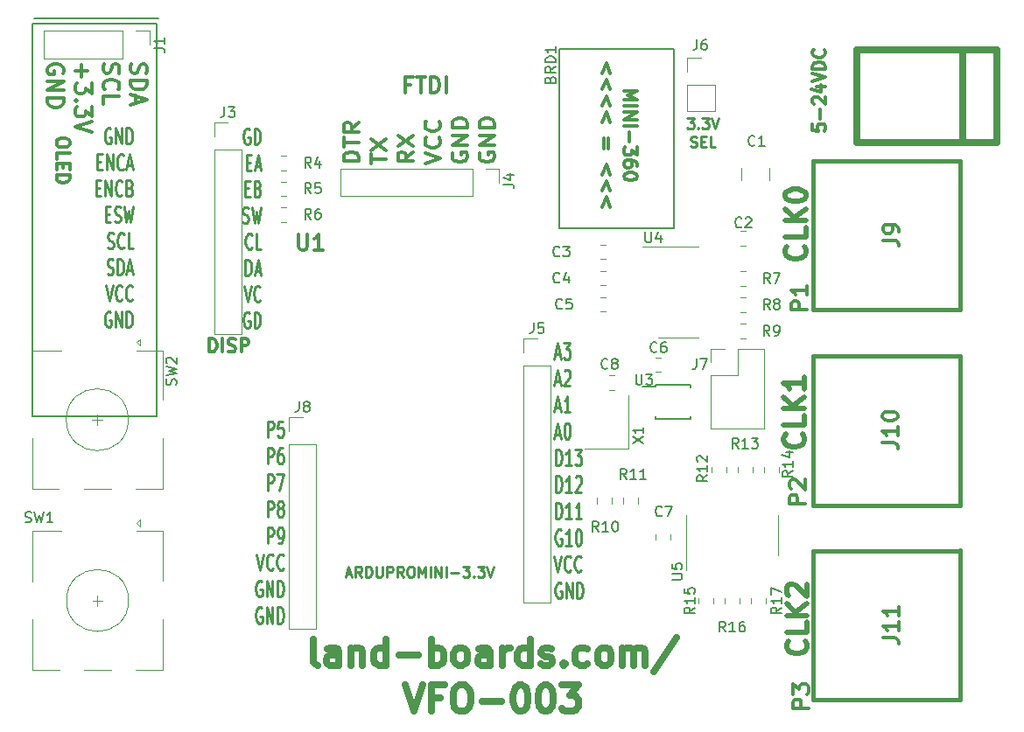
<source format=gbr>
G04 #@! TF.GenerationSoftware,KiCad,Pcbnew,(5.1.5)-3*
G04 #@! TF.CreationDate,2021-03-10T18:00:24-05:00*
G04 #@! TF.ProjectId,VFO-003,56464f2d-3030-4332-9e6b-696361645f70,1*
G04 #@! TF.SameCoordinates,Original*
G04 #@! TF.FileFunction,Legend,Top*
G04 #@! TF.FilePolarity,Positive*
%FSLAX46Y46*%
G04 Gerber Fmt 4.6, Leading zero omitted, Abs format (unit mm)*
G04 Created by KiCad (PCBNEW (5.1.5)-3) date 2021-03-10 18:00:24*
%MOMM*%
%LPD*%
G04 APERTURE LIST*
%ADD10C,0.375000*%
%ADD11C,0.250000*%
%ADD12C,0.317500*%
%ADD13C,0.300000*%
%ADD14C,0.500000*%
%ADD15C,0.150000*%
%ADD16C,0.635000*%
%ADD17C,0.120000*%
%ADD18C,0.381000*%
%ADD19C,0.650000*%
%ADD20C,0.304800*%
G04 APERTURE END LIST*
D10*
X129447271Y-42326697D02*
X127947271Y-42326697D01*
X127947271Y-41945745D01*
X128018700Y-41717173D01*
X128161557Y-41564792D01*
X128304414Y-41488602D01*
X128590128Y-41412411D01*
X128804414Y-41412411D01*
X129090128Y-41488602D01*
X129232985Y-41564792D01*
X129375842Y-41717173D01*
X129447271Y-41945745D01*
X129447271Y-42326697D01*
X127947271Y-40955269D02*
X127947271Y-40040983D01*
X129447271Y-40498126D02*
X127947271Y-40498126D01*
X129447271Y-38593364D02*
X128732985Y-39126697D01*
X129447271Y-39507650D02*
X127947271Y-39507650D01*
X127947271Y-38898126D01*
X128018700Y-38745745D01*
X128090128Y-38669554D01*
X128232985Y-38593364D01*
X128447271Y-38593364D01*
X128590128Y-38669554D01*
X128661557Y-38745745D01*
X128732985Y-38898126D01*
X128732985Y-39507650D01*
X130572271Y-42555269D02*
X130572271Y-41640983D01*
X132072271Y-42098126D02*
X130572271Y-42098126D01*
X130572271Y-41260030D02*
X132072271Y-40193364D01*
X130572271Y-40193364D02*
X132072271Y-41260030D01*
X134697271Y-41412411D02*
X133982985Y-41945745D01*
X134697271Y-42326697D02*
X133197271Y-42326697D01*
X133197271Y-41717173D01*
X133268700Y-41564792D01*
X133340128Y-41488602D01*
X133482985Y-41412411D01*
X133697271Y-41412411D01*
X133840128Y-41488602D01*
X133911557Y-41564792D01*
X133982985Y-41717173D01*
X133982985Y-42326697D01*
X133197271Y-40879078D02*
X134697271Y-39812411D01*
X133197271Y-39812411D02*
X134697271Y-40879078D01*
X135822271Y-42555269D02*
X137322271Y-42021935D01*
X135822271Y-41488602D01*
X137179414Y-40040983D02*
X137250842Y-40117173D01*
X137322271Y-40345745D01*
X137322271Y-40498126D01*
X137250842Y-40726697D01*
X137107985Y-40879078D01*
X136965128Y-40955269D01*
X136679414Y-41031459D01*
X136465128Y-41031459D01*
X136179414Y-40955269D01*
X136036557Y-40879078D01*
X135893700Y-40726697D01*
X135822271Y-40498126D01*
X135822271Y-40345745D01*
X135893700Y-40117173D01*
X135965128Y-40040983D01*
X137179414Y-38440983D02*
X137250842Y-38517173D01*
X137322271Y-38745745D01*
X137322271Y-38898126D01*
X137250842Y-39126697D01*
X137107985Y-39279078D01*
X136965128Y-39355269D01*
X136679414Y-39431459D01*
X136465128Y-39431459D01*
X136179414Y-39355269D01*
X136036557Y-39279078D01*
X135893700Y-39126697D01*
X135822271Y-38898126D01*
X135822271Y-38745745D01*
X135893700Y-38517173D01*
X135965128Y-38440983D01*
X138518700Y-41488602D02*
X138447271Y-41640983D01*
X138447271Y-41869554D01*
X138518700Y-42098126D01*
X138661557Y-42250507D01*
X138804414Y-42326697D01*
X139090128Y-42402888D01*
X139304414Y-42402888D01*
X139590128Y-42326697D01*
X139732985Y-42250507D01*
X139875842Y-42098126D01*
X139947271Y-41869554D01*
X139947271Y-41717173D01*
X139875842Y-41488602D01*
X139804414Y-41412411D01*
X139304414Y-41412411D01*
X139304414Y-41717173D01*
X139947271Y-40726697D02*
X138447271Y-40726697D01*
X139947271Y-39812411D01*
X138447271Y-39812411D01*
X139947271Y-39050507D02*
X138447271Y-39050507D01*
X138447271Y-38669554D01*
X138518700Y-38440983D01*
X138661557Y-38288602D01*
X138804414Y-38212411D01*
X139090128Y-38136221D01*
X139304414Y-38136221D01*
X139590128Y-38212411D01*
X139732985Y-38288602D01*
X139875842Y-38440983D01*
X139947271Y-38669554D01*
X139947271Y-39050507D01*
X141143700Y-41488602D02*
X141072271Y-41640983D01*
X141072271Y-41869554D01*
X141143700Y-42098126D01*
X141286557Y-42250507D01*
X141429414Y-42326697D01*
X141715128Y-42402888D01*
X141929414Y-42402888D01*
X142215128Y-42326697D01*
X142357985Y-42250507D01*
X142500842Y-42098126D01*
X142572271Y-41869554D01*
X142572271Y-41717173D01*
X142500842Y-41488602D01*
X142429414Y-41412411D01*
X141929414Y-41412411D01*
X141929414Y-41717173D01*
X142572271Y-40726697D02*
X141072271Y-40726697D01*
X142572271Y-39812411D01*
X141072271Y-39812411D01*
X142572271Y-39050507D02*
X141072271Y-39050507D01*
X141072271Y-38669554D01*
X141143700Y-38440983D01*
X141286557Y-38288602D01*
X141429414Y-38212411D01*
X141715128Y-38136221D01*
X141929414Y-38136221D01*
X142215128Y-38212411D01*
X142357985Y-38288602D01*
X142500842Y-38440983D01*
X142572271Y-38669554D01*
X142572271Y-39050507D01*
D11*
X120602014Y-69031690D02*
X120602014Y-67481690D01*
X120982966Y-67481690D01*
X121078204Y-67555500D01*
X121125823Y-67629309D01*
X121173442Y-67776928D01*
X121173442Y-67998357D01*
X121125823Y-68145976D01*
X121078204Y-68219785D01*
X120982966Y-68293595D01*
X120602014Y-68293595D01*
X122078204Y-67481690D02*
X121602014Y-67481690D01*
X121554395Y-68219785D01*
X121602014Y-68145976D01*
X121697252Y-68072166D01*
X121935347Y-68072166D01*
X122030585Y-68145976D01*
X122078204Y-68219785D01*
X122125823Y-68367404D01*
X122125823Y-68736452D01*
X122078204Y-68884071D01*
X122030585Y-68957880D01*
X121935347Y-69031690D01*
X121697252Y-69031690D01*
X121602014Y-68957880D01*
X121554395Y-68884071D01*
X120602014Y-71606690D02*
X120602014Y-70056690D01*
X120982966Y-70056690D01*
X121078204Y-70130500D01*
X121125823Y-70204309D01*
X121173442Y-70351928D01*
X121173442Y-70573357D01*
X121125823Y-70720976D01*
X121078204Y-70794785D01*
X120982966Y-70868595D01*
X120602014Y-70868595D01*
X122030585Y-70056690D02*
X121840109Y-70056690D01*
X121744871Y-70130500D01*
X121697252Y-70204309D01*
X121602014Y-70425738D01*
X121554395Y-70720976D01*
X121554395Y-71311452D01*
X121602014Y-71459071D01*
X121649633Y-71532880D01*
X121744871Y-71606690D01*
X121935347Y-71606690D01*
X122030585Y-71532880D01*
X122078204Y-71459071D01*
X122125823Y-71311452D01*
X122125823Y-70942404D01*
X122078204Y-70794785D01*
X122030585Y-70720976D01*
X121935347Y-70647166D01*
X121744871Y-70647166D01*
X121649633Y-70720976D01*
X121602014Y-70794785D01*
X121554395Y-70942404D01*
X120602014Y-74181690D02*
X120602014Y-72631690D01*
X120982966Y-72631690D01*
X121078204Y-72705500D01*
X121125823Y-72779309D01*
X121173442Y-72926928D01*
X121173442Y-73148357D01*
X121125823Y-73295976D01*
X121078204Y-73369785D01*
X120982966Y-73443595D01*
X120602014Y-73443595D01*
X121506776Y-72631690D02*
X122173442Y-72631690D01*
X121744871Y-74181690D01*
X120602014Y-76756690D02*
X120602014Y-75206690D01*
X120982966Y-75206690D01*
X121078204Y-75280500D01*
X121125823Y-75354309D01*
X121173442Y-75501928D01*
X121173442Y-75723357D01*
X121125823Y-75870976D01*
X121078204Y-75944785D01*
X120982966Y-76018595D01*
X120602014Y-76018595D01*
X121744871Y-75870976D02*
X121649633Y-75797166D01*
X121602014Y-75723357D01*
X121554395Y-75575738D01*
X121554395Y-75501928D01*
X121602014Y-75354309D01*
X121649633Y-75280500D01*
X121744871Y-75206690D01*
X121935347Y-75206690D01*
X122030585Y-75280500D01*
X122078204Y-75354309D01*
X122125823Y-75501928D01*
X122125823Y-75575738D01*
X122078204Y-75723357D01*
X122030585Y-75797166D01*
X121935347Y-75870976D01*
X121744871Y-75870976D01*
X121649633Y-75944785D01*
X121602014Y-76018595D01*
X121554395Y-76166214D01*
X121554395Y-76461452D01*
X121602014Y-76609071D01*
X121649633Y-76682880D01*
X121744871Y-76756690D01*
X121935347Y-76756690D01*
X122030585Y-76682880D01*
X122078204Y-76609071D01*
X122125823Y-76461452D01*
X122125823Y-76166214D01*
X122078204Y-76018595D01*
X122030585Y-75944785D01*
X121935347Y-75870976D01*
X120602014Y-79331690D02*
X120602014Y-77781690D01*
X120982966Y-77781690D01*
X121078204Y-77855500D01*
X121125823Y-77929309D01*
X121173442Y-78076928D01*
X121173442Y-78298357D01*
X121125823Y-78445976D01*
X121078204Y-78519785D01*
X120982966Y-78593595D01*
X120602014Y-78593595D01*
X121649633Y-79331690D02*
X121840109Y-79331690D01*
X121935347Y-79257880D01*
X121982966Y-79184071D01*
X122078204Y-78962642D01*
X122125823Y-78667404D01*
X122125823Y-78076928D01*
X122078204Y-77929309D01*
X122030585Y-77855500D01*
X121935347Y-77781690D01*
X121744871Y-77781690D01*
X121649633Y-77855500D01*
X121602014Y-77929309D01*
X121554395Y-78076928D01*
X121554395Y-78445976D01*
X121602014Y-78593595D01*
X121649633Y-78667404D01*
X121744871Y-78741214D01*
X121935347Y-78741214D01*
X122030585Y-78667404D01*
X122078204Y-78593595D01*
X122125823Y-78445976D01*
X119554395Y-80356690D02*
X119887728Y-81906690D01*
X120221061Y-80356690D01*
X121125823Y-81759071D02*
X121078204Y-81832880D01*
X120935347Y-81906690D01*
X120840109Y-81906690D01*
X120697252Y-81832880D01*
X120602014Y-81685261D01*
X120554395Y-81537642D01*
X120506776Y-81242404D01*
X120506776Y-81020976D01*
X120554395Y-80725738D01*
X120602014Y-80578119D01*
X120697252Y-80430500D01*
X120840109Y-80356690D01*
X120935347Y-80356690D01*
X121078204Y-80430500D01*
X121125823Y-80504309D01*
X122125823Y-81759071D02*
X122078204Y-81832880D01*
X121935347Y-81906690D01*
X121840109Y-81906690D01*
X121697252Y-81832880D01*
X121602014Y-81685261D01*
X121554395Y-81537642D01*
X121506776Y-81242404D01*
X121506776Y-81020976D01*
X121554395Y-80725738D01*
X121602014Y-80578119D01*
X121697252Y-80430500D01*
X121840109Y-80356690D01*
X121935347Y-80356690D01*
X122078204Y-80430500D01*
X122125823Y-80504309D01*
X120030585Y-83005500D02*
X119935347Y-82931690D01*
X119792490Y-82931690D01*
X119649633Y-83005500D01*
X119554395Y-83153119D01*
X119506776Y-83300738D01*
X119459157Y-83595976D01*
X119459157Y-83817404D01*
X119506776Y-84112642D01*
X119554395Y-84260261D01*
X119649633Y-84407880D01*
X119792490Y-84481690D01*
X119887728Y-84481690D01*
X120030585Y-84407880D01*
X120078204Y-84334071D01*
X120078204Y-83817404D01*
X119887728Y-83817404D01*
X120506776Y-84481690D02*
X120506776Y-82931690D01*
X121078204Y-84481690D01*
X121078204Y-82931690D01*
X121554395Y-84481690D02*
X121554395Y-82931690D01*
X121792490Y-82931690D01*
X121935347Y-83005500D01*
X122030585Y-83153119D01*
X122078204Y-83300738D01*
X122125823Y-83595976D01*
X122125823Y-83817404D01*
X122078204Y-84112642D01*
X122030585Y-84260261D01*
X121935347Y-84407880D01*
X121792490Y-84481690D01*
X121554395Y-84481690D01*
X120030585Y-85580500D02*
X119935347Y-85506690D01*
X119792490Y-85506690D01*
X119649633Y-85580500D01*
X119554395Y-85728119D01*
X119506776Y-85875738D01*
X119459157Y-86170976D01*
X119459157Y-86392404D01*
X119506776Y-86687642D01*
X119554395Y-86835261D01*
X119649633Y-86982880D01*
X119792490Y-87056690D01*
X119887728Y-87056690D01*
X120030585Y-86982880D01*
X120078204Y-86909071D01*
X120078204Y-86392404D01*
X119887728Y-86392404D01*
X120506776Y-87056690D02*
X120506776Y-85506690D01*
X121078204Y-87056690D01*
X121078204Y-85506690D01*
X121554395Y-87056690D02*
X121554395Y-85506690D01*
X121792490Y-85506690D01*
X121935347Y-85580500D01*
X122030585Y-85728119D01*
X122078204Y-85875738D01*
X122125823Y-86170976D01*
X122125823Y-86392404D01*
X122078204Y-86687642D01*
X122030585Y-86835261D01*
X121935347Y-86982880D01*
X121792490Y-87056690D01*
X121554395Y-87056690D01*
X148434976Y-61035433D02*
X148911166Y-61035433D01*
X148339738Y-61478290D02*
X148673071Y-59928290D01*
X149006404Y-61478290D01*
X149244500Y-59928290D02*
X149863547Y-59928290D01*
X149530214Y-60518766D01*
X149673071Y-60518766D01*
X149768309Y-60592576D01*
X149815928Y-60666385D01*
X149863547Y-60814004D01*
X149863547Y-61183052D01*
X149815928Y-61330671D01*
X149768309Y-61404480D01*
X149673071Y-61478290D01*
X149387357Y-61478290D01*
X149292119Y-61404480D01*
X149244500Y-61330671D01*
X148434976Y-63610433D02*
X148911166Y-63610433D01*
X148339738Y-64053290D02*
X148673071Y-62503290D01*
X149006404Y-64053290D01*
X149292119Y-62650909D02*
X149339738Y-62577100D01*
X149434976Y-62503290D01*
X149673071Y-62503290D01*
X149768309Y-62577100D01*
X149815928Y-62650909D01*
X149863547Y-62798528D01*
X149863547Y-62946147D01*
X149815928Y-63167576D01*
X149244500Y-64053290D01*
X149863547Y-64053290D01*
X148434976Y-66185433D02*
X148911166Y-66185433D01*
X148339738Y-66628290D02*
X148673071Y-65078290D01*
X149006404Y-66628290D01*
X149863547Y-66628290D02*
X149292119Y-66628290D01*
X149577833Y-66628290D02*
X149577833Y-65078290D01*
X149482595Y-65299719D01*
X149387357Y-65447338D01*
X149292119Y-65521147D01*
X148434976Y-68760433D02*
X148911166Y-68760433D01*
X148339738Y-69203290D02*
X148673071Y-67653290D01*
X149006404Y-69203290D01*
X149530214Y-67653290D02*
X149625452Y-67653290D01*
X149720690Y-67727100D01*
X149768309Y-67800909D01*
X149815928Y-67948528D01*
X149863547Y-68243766D01*
X149863547Y-68612814D01*
X149815928Y-68908052D01*
X149768309Y-69055671D01*
X149720690Y-69129480D01*
X149625452Y-69203290D01*
X149530214Y-69203290D01*
X149434976Y-69129480D01*
X149387357Y-69055671D01*
X149339738Y-68908052D01*
X149292119Y-68612814D01*
X149292119Y-68243766D01*
X149339738Y-67948528D01*
X149387357Y-67800909D01*
X149434976Y-67727100D01*
X149530214Y-67653290D01*
X148482595Y-71778290D02*
X148482595Y-70228290D01*
X148720690Y-70228290D01*
X148863547Y-70302100D01*
X148958785Y-70449719D01*
X149006404Y-70597338D01*
X149054023Y-70892576D01*
X149054023Y-71114004D01*
X149006404Y-71409242D01*
X148958785Y-71556861D01*
X148863547Y-71704480D01*
X148720690Y-71778290D01*
X148482595Y-71778290D01*
X150006404Y-71778290D02*
X149434976Y-71778290D01*
X149720690Y-71778290D02*
X149720690Y-70228290D01*
X149625452Y-70449719D01*
X149530214Y-70597338D01*
X149434976Y-70671147D01*
X150339738Y-70228290D02*
X150958785Y-70228290D01*
X150625452Y-70818766D01*
X150768309Y-70818766D01*
X150863547Y-70892576D01*
X150911166Y-70966385D01*
X150958785Y-71114004D01*
X150958785Y-71483052D01*
X150911166Y-71630671D01*
X150863547Y-71704480D01*
X150768309Y-71778290D01*
X150482595Y-71778290D01*
X150387357Y-71704480D01*
X150339738Y-71630671D01*
X148482595Y-74353290D02*
X148482595Y-72803290D01*
X148720690Y-72803290D01*
X148863547Y-72877100D01*
X148958785Y-73024719D01*
X149006404Y-73172338D01*
X149054023Y-73467576D01*
X149054023Y-73689004D01*
X149006404Y-73984242D01*
X148958785Y-74131861D01*
X148863547Y-74279480D01*
X148720690Y-74353290D01*
X148482595Y-74353290D01*
X150006404Y-74353290D02*
X149434976Y-74353290D01*
X149720690Y-74353290D02*
X149720690Y-72803290D01*
X149625452Y-73024719D01*
X149530214Y-73172338D01*
X149434976Y-73246147D01*
X150387357Y-72950909D02*
X150434976Y-72877100D01*
X150530214Y-72803290D01*
X150768309Y-72803290D01*
X150863547Y-72877100D01*
X150911166Y-72950909D01*
X150958785Y-73098528D01*
X150958785Y-73246147D01*
X150911166Y-73467576D01*
X150339738Y-74353290D01*
X150958785Y-74353290D01*
X148482595Y-76928290D02*
X148482595Y-75378290D01*
X148720690Y-75378290D01*
X148863547Y-75452100D01*
X148958785Y-75599719D01*
X149006404Y-75747338D01*
X149054023Y-76042576D01*
X149054023Y-76264004D01*
X149006404Y-76559242D01*
X148958785Y-76706861D01*
X148863547Y-76854480D01*
X148720690Y-76928290D01*
X148482595Y-76928290D01*
X150006404Y-76928290D02*
X149434976Y-76928290D01*
X149720690Y-76928290D02*
X149720690Y-75378290D01*
X149625452Y-75599719D01*
X149530214Y-75747338D01*
X149434976Y-75821147D01*
X150958785Y-76928290D02*
X150387357Y-76928290D01*
X150673071Y-76928290D02*
X150673071Y-75378290D01*
X150577833Y-75599719D01*
X150482595Y-75747338D01*
X150387357Y-75821147D01*
X149006404Y-78027100D02*
X148911166Y-77953290D01*
X148768309Y-77953290D01*
X148625452Y-78027100D01*
X148530214Y-78174719D01*
X148482595Y-78322338D01*
X148434976Y-78617576D01*
X148434976Y-78839004D01*
X148482595Y-79134242D01*
X148530214Y-79281861D01*
X148625452Y-79429480D01*
X148768309Y-79503290D01*
X148863547Y-79503290D01*
X149006404Y-79429480D01*
X149054023Y-79355671D01*
X149054023Y-78839004D01*
X148863547Y-78839004D01*
X150006404Y-79503290D02*
X149434976Y-79503290D01*
X149720690Y-79503290D02*
X149720690Y-77953290D01*
X149625452Y-78174719D01*
X149530214Y-78322338D01*
X149434976Y-78396147D01*
X150625452Y-77953290D02*
X150720690Y-77953290D01*
X150815928Y-78027100D01*
X150863547Y-78100909D01*
X150911166Y-78248528D01*
X150958785Y-78543766D01*
X150958785Y-78912814D01*
X150911166Y-79208052D01*
X150863547Y-79355671D01*
X150815928Y-79429480D01*
X150720690Y-79503290D01*
X150625452Y-79503290D01*
X150530214Y-79429480D01*
X150482595Y-79355671D01*
X150434976Y-79208052D01*
X150387357Y-78912814D01*
X150387357Y-78543766D01*
X150434976Y-78248528D01*
X150482595Y-78100909D01*
X150530214Y-78027100D01*
X150625452Y-77953290D01*
X148339738Y-80528290D02*
X148673071Y-82078290D01*
X149006404Y-80528290D01*
X149911166Y-81930671D02*
X149863547Y-82004480D01*
X149720690Y-82078290D01*
X149625452Y-82078290D01*
X149482595Y-82004480D01*
X149387357Y-81856861D01*
X149339738Y-81709242D01*
X149292119Y-81414004D01*
X149292119Y-81192576D01*
X149339738Y-80897338D01*
X149387357Y-80749719D01*
X149482595Y-80602100D01*
X149625452Y-80528290D01*
X149720690Y-80528290D01*
X149863547Y-80602100D01*
X149911166Y-80675909D01*
X150911166Y-81930671D02*
X150863547Y-82004480D01*
X150720690Y-82078290D01*
X150625452Y-82078290D01*
X150482595Y-82004480D01*
X150387357Y-81856861D01*
X150339738Y-81709242D01*
X150292119Y-81414004D01*
X150292119Y-81192576D01*
X150339738Y-80897338D01*
X150387357Y-80749719D01*
X150482595Y-80602100D01*
X150625452Y-80528290D01*
X150720690Y-80528290D01*
X150863547Y-80602100D01*
X150911166Y-80675909D01*
X149006404Y-83177100D02*
X148911166Y-83103290D01*
X148768309Y-83103290D01*
X148625452Y-83177100D01*
X148530214Y-83324719D01*
X148482595Y-83472338D01*
X148434976Y-83767576D01*
X148434976Y-83989004D01*
X148482595Y-84284242D01*
X148530214Y-84431861D01*
X148625452Y-84579480D01*
X148768309Y-84653290D01*
X148863547Y-84653290D01*
X149006404Y-84579480D01*
X149054023Y-84505671D01*
X149054023Y-83989004D01*
X148863547Y-83989004D01*
X149482595Y-84653290D02*
X149482595Y-83103290D01*
X150054023Y-84653290D01*
X150054023Y-83103290D01*
X150530214Y-84653290D02*
X150530214Y-83103290D01*
X150768309Y-83103290D01*
X150911166Y-83177100D01*
X151006404Y-83324719D01*
X151054023Y-83472338D01*
X151101642Y-83767576D01*
X151101642Y-83989004D01*
X151054023Y-84284242D01*
X151006404Y-84431861D01*
X150911166Y-84579480D01*
X150768309Y-84653290D01*
X150530214Y-84653290D01*
D12*
X114965238Y-60772523D02*
X114965238Y-59502523D01*
X115267619Y-59502523D01*
X115449047Y-59563000D01*
X115570000Y-59683952D01*
X115630476Y-59804904D01*
X115690952Y-60046809D01*
X115690952Y-60228238D01*
X115630476Y-60470142D01*
X115570000Y-60591095D01*
X115449047Y-60712047D01*
X115267619Y-60772523D01*
X114965238Y-60772523D01*
X116235238Y-60772523D02*
X116235238Y-59502523D01*
X116779523Y-60712047D02*
X116960952Y-60772523D01*
X117263333Y-60772523D01*
X117384285Y-60712047D01*
X117444761Y-60651571D01*
X117505238Y-60530619D01*
X117505238Y-60409666D01*
X117444761Y-60288714D01*
X117384285Y-60228238D01*
X117263333Y-60167761D01*
X117021428Y-60107285D01*
X116900476Y-60046809D01*
X116840000Y-59986333D01*
X116779523Y-59865380D01*
X116779523Y-59744428D01*
X116840000Y-59623476D01*
X116900476Y-59563000D01*
X117021428Y-59502523D01*
X117323809Y-59502523D01*
X117505238Y-59563000D01*
X118049523Y-60772523D02*
X118049523Y-59502523D01*
X118533333Y-59502523D01*
X118654285Y-59563000D01*
X118714761Y-59623476D01*
X118775238Y-59744428D01*
X118775238Y-59925857D01*
X118714761Y-60046809D01*
X118654285Y-60107285D01*
X118533333Y-60167761D01*
X118049523Y-60167761D01*
D11*
X118839204Y-39232800D02*
X118743966Y-39160228D01*
X118601109Y-39160228D01*
X118458252Y-39232800D01*
X118363014Y-39377942D01*
X118315395Y-39523085D01*
X118267776Y-39813371D01*
X118267776Y-40031085D01*
X118315395Y-40321371D01*
X118363014Y-40466514D01*
X118458252Y-40611657D01*
X118601109Y-40684228D01*
X118696347Y-40684228D01*
X118839204Y-40611657D01*
X118886823Y-40539085D01*
X118886823Y-40031085D01*
X118696347Y-40031085D01*
X119315395Y-40684228D02*
X119315395Y-39160228D01*
X119553490Y-39160228D01*
X119696347Y-39232800D01*
X119791585Y-39377942D01*
X119839204Y-39523085D01*
X119886823Y-39813371D01*
X119886823Y-40031085D01*
X119839204Y-40321371D01*
X119791585Y-40466514D01*
X119696347Y-40611657D01*
X119553490Y-40684228D01*
X119315395Y-40684228D01*
X118553490Y-42421942D02*
X118886823Y-42421942D01*
X119029680Y-43220228D02*
X118553490Y-43220228D01*
X118553490Y-41696228D01*
X119029680Y-41696228D01*
X119410633Y-42784800D02*
X119886823Y-42784800D01*
X119315395Y-43220228D02*
X119648728Y-41696228D01*
X119982061Y-43220228D01*
X118410633Y-44957942D02*
X118743966Y-44957942D01*
X118886823Y-45756228D02*
X118410633Y-45756228D01*
X118410633Y-44232228D01*
X118886823Y-44232228D01*
X119648728Y-44957942D02*
X119791585Y-45030514D01*
X119839204Y-45103085D01*
X119886823Y-45248228D01*
X119886823Y-45465942D01*
X119839204Y-45611085D01*
X119791585Y-45683657D01*
X119696347Y-45756228D01*
X119315395Y-45756228D01*
X119315395Y-44232228D01*
X119648728Y-44232228D01*
X119743966Y-44304800D01*
X119791585Y-44377371D01*
X119839204Y-44522514D01*
X119839204Y-44667657D01*
X119791585Y-44812800D01*
X119743966Y-44885371D01*
X119648728Y-44957942D01*
X119315395Y-44957942D01*
X118172538Y-48219657D02*
X118315395Y-48292228D01*
X118553490Y-48292228D01*
X118648728Y-48219657D01*
X118696347Y-48147085D01*
X118743966Y-48001942D01*
X118743966Y-47856800D01*
X118696347Y-47711657D01*
X118648728Y-47639085D01*
X118553490Y-47566514D01*
X118363014Y-47493942D01*
X118267776Y-47421371D01*
X118220157Y-47348800D01*
X118172538Y-47203657D01*
X118172538Y-47058514D01*
X118220157Y-46913371D01*
X118267776Y-46840800D01*
X118363014Y-46768228D01*
X118601109Y-46768228D01*
X118743966Y-46840800D01*
X119077300Y-46768228D02*
X119315395Y-48292228D01*
X119505871Y-47203657D01*
X119696347Y-48292228D01*
X119934442Y-46768228D01*
X119077300Y-50683085D02*
X119029680Y-50755657D01*
X118886823Y-50828228D01*
X118791585Y-50828228D01*
X118648728Y-50755657D01*
X118553490Y-50610514D01*
X118505871Y-50465371D01*
X118458252Y-50175085D01*
X118458252Y-49957371D01*
X118505871Y-49667085D01*
X118553490Y-49521942D01*
X118648728Y-49376800D01*
X118791585Y-49304228D01*
X118886823Y-49304228D01*
X119029680Y-49376800D01*
X119077300Y-49449371D01*
X119982061Y-50828228D02*
X119505871Y-50828228D01*
X119505871Y-49304228D01*
X118458252Y-53364228D02*
X118458252Y-51840228D01*
X118696347Y-51840228D01*
X118839204Y-51912800D01*
X118934442Y-52057942D01*
X118982061Y-52203085D01*
X119029680Y-52493371D01*
X119029680Y-52711085D01*
X118982061Y-53001371D01*
X118934442Y-53146514D01*
X118839204Y-53291657D01*
X118696347Y-53364228D01*
X118458252Y-53364228D01*
X119410633Y-52928800D02*
X119886823Y-52928800D01*
X119315395Y-53364228D02*
X119648728Y-51840228D01*
X119982061Y-53364228D01*
X118315395Y-54376228D02*
X118648728Y-55900228D01*
X118982061Y-54376228D01*
X119886823Y-55755085D02*
X119839204Y-55827657D01*
X119696347Y-55900228D01*
X119601109Y-55900228D01*
X119458252Y-55827657D01*
X119363014Y-55682514D01*
X119315395Y-55537371D01*
X119267776Y-55247085D01*
X119267776Y-55029371D01*
X119315395Y-54739085D01*
X119363014Y-54593942D01*
X119458252Y-54448800D01*
X119601109Y-54376228D01*
X119696347Y-54376228D01*
X119839204Y-54448800D01*
X119886823Y-54521371D01*
X118839204Y-56984800D02*
X118743966Y-56912228D01*
X118601109Y-56912228D01*
X118458252Y-56984800D01*
X118363014Y-57129942D01*
X118315395Y-57275085D01*
X118267776Y-57565371D01*
X118267776Y-57783085D01*
X118315395Y-58073371D01*
X118363014Y-58218514D01*
X118458252Y-58363657D01*
X118601109Y-58436228D01*
X118696347Y-58436228D01*
X118839204Y-58363657D01*
X118886823Y-58291085D01*
X118886823Y-57783085D01*
X118696347Y-57783085D01*
X119315395Y-58436228D02*
X119315395Y-56912228D01*
X119553490Y-56912228D01*
X119696347Y-56984800D01*
X119791585Y-57129942D01*
X119839204Y-57275085D01*
X119886823Y-57565371D01*
X119886823Y-57783085D01*
X119839204Y-58073371D01*
X119791585Y-58218514D01*
X119696347Y-58363657D01*
X119553490Y-58436228D01*
X119315395Y-58436228D01*
X161210809Y-38175980D02*
X161829857Y-38175980D01*
X161496523Y-38556933D01*
X161639380Y-38556933D01*
X161734619Y-38604552D01*
X161782238Y-38652171D01*
X161829857Y-38747409D01*
X161829857Y-38985504D01*
X161782238Y-39080742D01*
X161734619Y-39128361D01*
X161639380Y-39175980D01*
X161353666Y-39175980D01*
X161258428Y-39128361D01*
X161210809Y-39080742D01*
X162258428Y-39080742D02*
X162306047Y-39128361D01*
X162258428Y-39175980D01*
X162210809Y-39128361D01*
X162258428Y-39080742D01*
X162258428Y-39175980D01*
X162639380Y-38175980D02*
X163258428Y-38175980D01*
X162925095Y-38556933D01*
X163067952Y-38556933D01*
X163163190Y-38604552D01*
X163210809Y-38652171D01*
X163258428Y-38747409D01*
X163258428Y-38985504D01*
X163210809Y-39080742D01*
X163163190Y-39128361D01*
X163067952Y-39175980D01*
X162782238Y-39175980D01*
X162687000Y-39128361D01*
X162639380Y-39080742D01*
X163544142Y-38175980D02*
X163877476Y-39175980D01*
X164210809Y-38175980D01*
X161544142Y-40878361D02*
X161687000Y-40925980D01*
X161925095Y-40925980D01*
X162020333Y-40878361D01*
X162067952Y-40830742D01*
X162115571Y-40735504D01*
X162115571Y-40640266D01*
X162067952Y-40545028D01*
X162020333Y-40497409D01*
X161925095Y-40449790D01*
X161734619Y-40402171D01*
X161639380Y-40354552D01*
X161591761Y-40306933D01*
X161544142Y-40211695D01*
X161544142Y-40116457D01*
X161591761Y-40021219D01*
X161639380Y-39973600D01*
X161734619Y-39925980D01*
X161972714Y-39925980D01*
X162115571Y-39973600D01*
X162544142Y-40402171D02*
X162877476Y-40402171D01*
X163020333Y-40925980D02*
X162544142Y-40925980D01*
X162544142Y-39925980D01*
X163020333Y-39925980D01*
X163925095Y-40925980D02*
X163448904Y-40925980D01*
X163448904Y-39925980D01*
D12*
X101453476Y-40422276D02*
X101453476Y-40664180D01*
X101393000Y-40785133D01*
X101272047Y-40906085D01*
X101030142Y-40966561D01*
X100606809Y-40966561D01*
X100364904Y-40906085D01*
X100243952Y-40785133D01*
X100183476Y-40664180D01*
X100183476Y-40422276D01*
X100243952Y-40301323D01*
X100364904Y-40180371D01*
X100606809Y-40119895D01*
X101030142Y-40119895D01*
X101272047Y-40180371D01*
X101393000Y-40301323D01*
X101453476Y-40422276D01*
X100183476Y-42115609D02*
X100183476Y-41510847D01*
X101453476Y-41510847D01*
X100848714Y-42538942D02*
X100848714Y-42962276D01*
X100183476Y-43143704D02*
X100183476Y-42538942D01*
X101453476Y-42538942D01*
X101453476Y-43143704D01*
X100183476Y-43687990D02*
X101453476Y-43687990D01*
X101453476Y-43990371D01*
X101393000Y-44171800D01*
X101272047Y-44292752D01*
X101151095Y-44353228D01*
X100909190Y-44413704D01*
X100727761Y-44413704D01*
X100485857Y-44353228D01*
X100364904Y-44292752D01*
X100243952Y-44171800D01*
X100183476Y-43990371D01*
X100183476Y-43687990D01*
D13*
X173294523Y-38772685D02*
X173294523Y-39344114D01*
X173899285Y-39401257D01*
X173838809Y-39344114D01*
X173778333Y-39229828D01*
X173778333Y-38944114D01*
X173838809Y-38829828D01*
X173899285Y-38772685D01*
X174020238Y-38715542D01*
X174322619Y-38715542D01*
X174443571Y-38772685D01*
X174504047Y-38829828D01*
X174564523Y-38944114D01*
X174564523Y-39229828D01*
X174504047Y-39344114D01*
X174443571Y-39401257D01*
X174080714Y-38201257D02*
X174080714Y-37286971D01*
X173415476Y-36772685D02*
X173355000Y-36715542D01*
X173294523Y-36601257D01*
X173294523Y-36315542D01*
X173355000Y-36201257D01*
X173415476Y-36144114D01*
X173536428Y-36086971D01*
X173657380Y-36086971D01*
X173838809Y-36144114D01*
X174564523Y-36829828D01*
X174564523Y-36086971D01*
X173717857Y-35058400D02*
X174564523Y-35058400D01*
X173234047Y-35344114D02*
X174141190Y-35629828D01*
X174141190Y-34886971D01*
X173294523Y-34601257D02*
X174564523Y-34201257D01*
X173294523Y-33801257D01*
X174564523Y-33401257D02*
X173294523Y-33401257D01*
X173294523Y-33115542D01*
X173355000Y-32944114D01*
X173475952Y-32829828D01*
X173596904Y-32772685D01*
X173838809Y-32715542D01*
X174020238Y-32715542D01*
X174262142Y-32772685D01*
X174383095Y-32829828D01*
X174504047Y-32944114D01*
X174564523Y-33115542D01*
X174564523Y-33401257D01*
X174443571Y-31515542D02*
X174504047Y-31572685D01*
X174564523Y-31744114D01*
X174564523Y-31858400D01*
X174504047Y-32029828D01*
X174383095Y-32144114D01*
X174262142Y-32201257D01*
X174020238Y-32258400D01*
X173838809Y-32258400D01*
X173596904Y-32201257D01*
X173475952Y-32144114D01*
X173355000Y-32029828D01*
X173294523Y-31858400D01*
X173294523Y-31744114D01*
X173355000Y-31572685D01*
X173415476Y-31515542D01*
D14*
X172617685Y-88756857D02*
X172712923Y-88852095D01*
X172808161Y-89137809D01*
X172808161Y-89328285D01*
X172712923Y-89614000D01*
X172522447Y-89804476D01*
X172331971Y-89899714D01*
X171951019Y-89994952D01*
X171665304Y-89994952D01*
X171284352Y-89899714D01*
X171093876Y-89804476D01*
X170903400Y-89614000D01*
X170808161Y-89328285D01*
X170808161Y-89137809D01*
X170903400Y-88852095D01*
X170998638Y-88756857D01*
X172808161Y-86947333D02*
X172808161Y-87899714D01*
X170808161Y-87899714D01*
X172808161Y-86280666D02*
X170808161Y-86280666D01*
X172808161Y-85137809D02*
X171665304Y-85994952D01*
X170808161Y-85137809D02*
X171951019Y-86280666D01*
X170998638Y-84375904D02*
X170903400Y-84280666D01*
X170808161Y-84090190D01*
X170808161Y-83614000D01*
X170903400Y-83423523D01*
X170998638Y-83328285D01*
X171189114Y-83233047D01*
X171379590Y-83233047D01*
X171665304Y-83328285D01*
X172808161Y-84471142D01*
X172808161Y-83233047D01*
X172338285Y-68742857D02*
X172433523Y-68838095D01*
X172528761Y-69123809D01*
X172528761Y-69314285D01*
X172433523Y-69600000D01*
X172243047Y-69790476D01*
X172052571Y-69885714D01*
X171671619Y-69980952D01*
X171385904Y-69980952D01*
X171004952Y-69885714D01*
X170814476Y-69790476D01*
X170624000Y-69600000D01*
X170528761Y-69314285D01*
X170528761Y-69123809D01*
X170624000Y-68838095D01*
X170719238Y-68742857D01*
X172528761Y-66933333D02*
X172528761Y-67885714D01*
X170528761Y-67885714D01*
X172528761Y-66266666D02*
X170528761Y-66266666D01*
X172528761Y-65123809D02*
X171385904Y-65980952D01*
X170528761Y-65123809D02*
X171671619Y-66266666D01*
X172528761Y-63219047D02*
X172528761Y-64361904D01*
X172528761Y-63790476D02*
X170528761Y-63790476D01*
X170814476Y-63980952D01*
X171004952Y-64171428D01*
X171100190Y-64361904D01*
X172490685Y-50556457D02*
X172585923Y-50651695D01*
X172681161Y-50937409D01*
X172681161Y-51127885D01*
X172585923Y-51413600D01*
X172395447Y-51604076D01*
X172204971Y-51699314D01*
X171824019Y-51794552D01*
X171538304Y-51794552D01*
X171157352Y-51699314D01*
X170966876Y-51604076D01*
X170776400Y-51413600D01*
X170681161Y-51127885D01*
X170681161Y-50937409D01*
X170776400Y-50651695D01*
X170871638Y-50556457D01*
X172681161Y-48746933D02*
X172681161Y-49699314D01*
X170681161Y-49699314D01*
X172681161Y-48080266D02*
X170681161Y-48080266D01*
X172681161Y-46937409D02*
X171538304Y-47794552D01*
X170681161Y-46937409D02*
X171824019Y-48080266D01*
X170681161Y-45699314D02*
X170681161Y-45508838D01*
X170776400Y-45318361D01*
X170871638Y-45223123D01*
X171062114Y-45127885D01*
X171443066Y-45032647D01*
X171919257Y-45032647D01*
X172300209Y-45127885D01*
X172490685Y-45223123D01*
X172585923Y-45318361D01*
X172681161Y-45508838D01*
X172681161Y-45699314D01*
X172585923Y-45889790D01*
X172490685Y-45985028D01*
X172300209Y-46080266D01*
X171919257Y-46175504D01*
X171443066Y-46175504D01*
X171062114Y-46080266D01*
X170871638Y-45985028D01*
X170776400Y-45889790D01*
X170681161Y-45699314D01*
D15*
X98040000Y-28500000D02*
X110040000Y-28500000D01*
D11*
X105421785Y-39182000D02*
X105326547Y-39109428D01*
X105183690Y-39109428D01*
X105040833Y-39182000D01*
X104945595Y-39327142D01*
X104897976Y-39472285D01*
X104850357Y-39762571D01*
X104850357Y-39980285D01*
X104897976Y-40270571D01*
X104945595Y-40415714D01*
X105040833Y-40560857D01*
X105183690Y-40633428D01*
X105278928Y-40633428D01*
X105421785Y-40560857D01*
X105469404Y-40488285D01*
X105469404Y-39980285D01*
X105278928Y-39980285D01*
X105897976Y-40633428D02*
X105897976Y-39109428D01*
X106469404Y-40633428D01*
X106469404Y-39109428D01*
X106945595Y-40633428D02*
X106945595Y-39109428D01*
X107183690Y-39109428D01*
X107326547Y-39182000D01*
X107421785Y-39327142D01*
X107469404Y-39472285D01*
X107517023Y-39762571D01*
X107517023Y-39980285D01*
X107469404Y-40270571D01*
X107421785Y-40415714D01*
X107326547Y-40560857D01*
X107183690Y-40633428D01*
X106945595Y-40633428D01*
X104136071Y-42371142D02*
X104469404Y-42371142D01*
X104612261Y-43169428D02*
X104136071Y-43169428D01*
X104136071Y-41645428D01*
X104612261Y-41645428D01*
X105040833Y-43169428D02*
X105040833Y-41645428D01*
X105612261Y-43169428D01*
X105612261Y-41645428D01*
X106659880Y-43024285D02*
X106612261Y-43096857D01*
X106469404Y-43169428D01*
X106374166Y-43169428D01*
X106231309Y-43096857D01*
X106136071Y-42951714D01*
X106088452Y-42806571D01*
X106040833Y-42516285D01*
X106040833Y-42298571D01*
X106088452Y-42008285D01*
X106136071Y-41863142D01*
X106231309Y-41718000D01*
X106374166Y-41645428D01*
X106469404Y-41645428D01*
X106612261Y-41718000D01*
X106659880Y-41790571D01*
X107040833Y-42734000D02*
X107517023Y-42734000D01*
X106945595Y-43169428D02*
X107278928Y-41645428D01*
X107612261Y-43169428D01*
X103993214Y-44907142D02*
X104326547Y-44907142D01*
X104469404Y-45705428D02*
X103993214Y-45705428D01*
X103993214Y-44181428D01*
X104469404Y-44181428D01*
X104897976Y-45705428D02*
X104897976Y-44181428D01*
X105469404Y-45705428D01*
X105469404Y-44181428D01*
X106517023Y-45560285D02*
X106469404Y-45632857D01*
X106326547Y-45705428D01*
X106231309Y-45705428D01*
X106088452Y-45632857D01*
X105993214Y-45487714D01*
X105945595Y-45342571D01*
X105897976Y-45052285D01*
X105897976Y-44834571D01*
X105945595Y-44544285D01*
X105993214Y-44399142D01*
X106088452Y-44254000D01*
X106231309Y-44181428D01*
X106326547Y-44181428D01*
X106469404Y-44254000D01*
X106517023Y-44326571D01*
X107278928Y-44907142D02*
X107421785Y-44979714D01*
X107469404Y-45052285D01*
X107517023Y-45197428D01*
X107517023Y-45415142D01*
X107469404Y-45560285D01*
X107421785Y-45632857D01*
X107326547Y-45705428D01*
X106945595Y-45705428D01*
X106945595Y-44181428D01*
X107278928Y-44181428D01*
X107374166Y-44254000D01*
X107421785Y-44326571D01*
X107469404Y-44471714D01*
X107469404Y-44616857D01*
X107421785Y-44762000D01*
X107374166Y-44834571D01*
X107278928Y-44907142D01*
X106945595Y-44907142D01*
X104945595Y-47443142D02*
X105278928Y-47443142D01*
X105421785Y-48241428D02*
X104945595Y-48241428D01*
X104945595Y-46717428D01*
X105421785Y-46717428D01*
X105802738Y-48168857D02*
X105945595Y-48241428D01*
X106183690Y-48241428D01*
X106278928Y-48168857D01*
X106326547Y-48096285D01*
X106374166Y-47951142D01*
X106374166Y-47806000D01*
X106326547Y-47660857D01*
X106278928Y-47588285D01*
X106183690Y-47515714D01*
X105993214Y-47443142D01*
X105897976Y-47370571D01*
X105850357Y-47298000D01*
X105802738Y-47152857D01*
X105802738Y-47007714D01*
X105850357Y-46862571D01*
X105897976Y-46790000D01*
X105993214Y-46717428D01*
X106231309Y-46717428D01*
X106374166Y-46790000D01*
X106707500Y-46717428D02*
X106945595Y-48241428D01*
X107136071Y-47152857D01*
X107326547Y-48241428D01*
X107564642Y-46717428D01*
X105136071Y-50704857D02*
X105278928Y-50777428D01*
X105517023Y-50777428D01*
X105612261Y-50704857D01*
X105659880Y-50632285D01*
X105707500Y-50487142D01*
X105707500Y-50342000D01*
X105659880Y-50196857D01*
X105612261Y-50124285D01*
X105517023Y-50051714D01*
X105326547Y-49979142D01*
X105231309Y-49906571D01*
X105183690Y-49834000D01*
X105136071Y-49688857D01*
X105136071Y-49543714D01*
X105183690Y-49398571D01*
X105231309Y-49326000D01*
X105326547Y-49253428D01*
X105564642Y-49253428D01*
X105707500Y-49326000D01*
X106707500Y-50632285D02*
X106659880Y-50704857D01*
X106517023Y-50777428D01*
X106421785Y-50777428D01*
X106278928Y-50704857D01*
X106183690Y-50559714D01*
X106136071Y-50414571D01*
X106088452Y-50124285D01*
X106088452Y-49906571D01*
X106136071Y-49616285D01*
X106183690Y-49471142D01*
X106278928Y-49326000D01*
X106421785Y-49253428D01*
X106517023Y-49253428D01*
X106659880Y-49326000D01*
X106707500Y-49398571D01*
X107612261Y-50777428D02*
X107136071Y-50777428D01*
X107136071Y-49253428D01*
X105088452Y-53240857D02*
X105231309Y-53313428D01*
X105469404Y-53313428D01*
X105564642Y-53240857D01*
X105612261Y-53168285D01*
X105659880Y-53023142D01*
X105659880Y-52878000D01*
X105612261Y-52732857D01*
X105564642Y-52660285D01*
X105469404Y-52587714D01*
X105278928Y-52515142D01*
X105183690Y-52442571D01*
X105136071Y-52370000D01*
X105088452Y-52224857D01*
X105088452Y-52079714D01*
X105136071Y-51934571D01*
X105183690Y-51862000D01*
X105278928Y-51789428D01*
X105517023Y-51789428D01*
X105659880Y-51862000D01*
X106088452Y-53313428D02*
X106088452Y-51789428D01*
X106326547Y-51789428D01*
X106469404Y-51862000D01*
X106564642Y-52007142D01*
X106612261Y-52152285D01*
X106659880Y-52442571D01*
X106659880Y-52660285D01*
X106612261Y-52950571D01*
X106564642Y-53095714D01*
X106469404Y-53240857D01*
X106326547Y-53313428D01*
X106088452Y-53313428D01*
X107040833Y-52878000D02*
X107517023Y-52878000D01*
X106945595Y-53313428D02*
X107278928Y-51789428D01*
X107612261Y-53313428D01*
X104945595Y-54325428D02*
X105278928Y-55849428D01*
X105612261Y-54325428D01*
X106517023Y-55704285D02*
X106469404Y-55776857D01*
X106326547Y-55849428D01*
X106231309Y-55849428D01*
X106088452Y-55776857D01*
X105993214Y-55631714D01*
X105945595Y-55486571D01*
X105897976Y-55196285D01*
X105897976Y-54978571D01*
X105945595Y-54688285D01*
X105993214Y-54543142D01*
X106088452Y-54398000D01*
X106231309Y-54325428D01*
X106326547Y-54325428D01*
X106469404Y-54398000D01*
X106517023Y-54470571D01*
X107517023Y-55704285D02*
X107469404Y-55776857D01*
X107326547Y-55849428D01*
X107231309Y-55849428D01*
X107088452Y-55776857D01*
X106993214Y-55631714D01*
X106945595Y-55486571D01*
X106897976Y-55196285D01*
X106897976Y-54978571D01*
X106945595Y-54688285D01*
X106993214Y-54543142D01*
X107088452Y-54398000D01*
X107231309Y-54325428D01*
X107326547Y-54325428D01*
X107469404Y-54398000D01*
X107517023Y-54470571D01*
X105421785Y-56934000D02*
X105326547Y-56861428D01*
X105183690Y-56861428D01*
X105040833Y-56934000D01*
X104945595Y-57079142D01*
X104897976Y-57224285D01*
X104850357Y-57514571D01*
X104850357Y-57732285D01*
X104897976Y-58022571D01*
X104945595Y-58167714D01*
X105040833Y-58312857D01*
X105183690Y-58385428D01*
X105278928Y-58385428D01*
X105421785Y-58312857D01*
X105469404Y-58240285D01*
X105469404Y-57732285D01*
X105278928Y-57732285D01*
X105897976Y-58385428D02*
X105897976Y-56861428D01*
X106469404Y-58385428D01*
X106469404Y-56861428D01*
X106945595Y-58385428D02*
X106945595Y-56861428D01*
X107183690Y-56861428D01*
X107326547Y-56934000D01*
X107421785Y-57079142D01*
X107469404Y-57224285D01*
X107517023Y-57514571D01*
X107517023Y-57732285D01*
X107469404Y-58022571D01*
X107421785Y-58167714D01*
X107326547Y-58312857D01*
X107183690Y-58385428D01*
X106945595Y-58385428D01*
D12*
X107442130Y-32906336D02*
X107367140Y-33131308D01*
X107367140Y-33506260D01*
X107442130Y-33656241D01*
X107517121Y-33731232D01*
X107667102Y-33806222D01*
X107817083Y-33806222D01*
X107967064Y-33731232D01*
X108042054Y-33656241D01*
X108117045Y-33506260D01*
X108192035Y-33206298D01*
X108267026Y-33056317D01*
X108342016Y-32981327D01*
X108491997Y-32906336D01*
X108641978Y-32906336D01*
X108791959Y-32981327D01*
X108866950Y-33056317D01*
X108941940Y-33206298D01*
X108941940Y-33581251D01*
X108866950Y-33806222D01*
X107367140Y-34481136D02*
X108941940Y-34481136D01*
X108941940Y-34856089D01*
X108866950Y-35081060D01*
X108716969Y-35231041D01*
X108566988Y-35306032D01*
X108267026Y-35381022D01*
X108042054Y-35381022D01*
X107742092Y-35306032D01*
X107592111Y-35231041D01*
X107442130Y-35081060D01*
X107367140Y-34856089D01*
X107367140Y-34481136D01*
X107817083Y-35980946D02*
X107817083Y-36730851D01*
X107367140Y-35830965D02*
X108941940Y-36355898D01*
X107367140Y-36880832D01*
X104762430Y-32906336D02*
X104687440Y-33131308D01*
X104687440Y-33506260D01*
X104762430Y-33656241D01*
X104837421Y-33731232D01*
X104987402Y-33806222D01*
X105137383Y-33806222D01*
X105287364Y-33731232D01*
X105362354Y-33656241D01*
X105437345Y-33506260D01*
X105512335Y-33206298D01*
X105587326Y-33056317D01*
X105662316Y-32981327D01*
X105812297Y-32906336D01*
X105962278Y-32906336D01*
X106112259Y-32981327D01*
X106187250Y-33056317D01*
X106262240Y-33206298D01*
X106262240Y-33581251D01*
X106187250Y-33806222D01*
X104837421Y-35381022D02*
X104762430Y-35306032D01*
X104687440Y-35081060D01*
X104687440Y-34931079D01*
X104762430Y-34706108D01*
X104912411Y-34556127D01*
X105062392Y-34481136D01*
X105362354Y-34406146D01*
X105587326Y-34406146D01*
X105887288Y-34481136D01*
X106037269Y-34556127D01*
X106187250Y-34706108D01*
X106262240Y-34931079D01*
X106262240Y-35081060D01*
X106187250Y-35306032D01*
X106112259Y-35381022D01*
X104687440Y-36805841D02*
X104687440Y-36055936D01*
X106262240Y-36055936D01*
X102607664Y-32981327D02*
X102607664Y-34181175D01*
X102007740Y-33581251D02*
X103207588Y-33581251D01*
X103582540Y-34781098D02*
X103582540Y-35755975D01*
X102982616Y-35231041D01*
X102982616Y-35456013D01*
X102907626Y-35605994D01*
X102832635Y-35680984D01*
X102682654Y-35755975D01*
X102307702Y-35755975D01*
X102157721Y-35680984D01*
X102082730Y-35605994D01*
X102007740Y-35456013D01*
X102007740Y-35006070D01*
X102082730Y-34856089D01*
X102157721Y-34781098D01*
X102157721Y-36430889D02*
X102082730Y-36505879D01*
X102007740Y-36430889D01*
X102082730Y-36355898D01*
X102157721Y-36430889D01*
X102007740Y-36430889D01*
X103582540Y-37030813D02*
X103582540Y-38005689D01*
X102982616Y-37480755D01*
X102982616Y-37705727D01*
X102907626Y-37855708D01*
X102832635Y-37930698D01*
X102682654Y-38005689D01*
X102307702Y-38005689D01*
X102157721Y-37930698D01*
X102082730Y-37855708D01*
X102007740Y-37705727D01*
X102007740Y-37255784D01*
X102082730Y-37105803D01*
X102157721Y-37030813D01*
X103582540Y-38455632D02*
X102007740Y-38980565D01*
X103582540Y-39505498D01*
X100827850Y-33806222D02*
X100902840Y-33656241D01*
X100902840Y-33431270D01*
X100827850Y-33206298D01*
X100677869Y-33056317D01*
X100527888Y-32981327D01*
X100227926Y-32906336D01*
X100002954Y-32906336D01*
X99702992Y-32981327D01*
X99553011Y-33056317D01*
X99403030Y-33206298D01*
X99328040Y-33431270D01*
X99328040Y-33581251D01*
X99403030Y-33806222D01*
X99478021Y-33881213D01*
X100002954Y-33881213D01*
X100002954Y-33581251D01*
X99328040Y-34556127D02*
X100902840Y-34556127D01*
X99328040Y-35456013D01*
X100902840Y-35456013D01*
X99328040Y-36205917D02*
X100902840Y-36205917D01*
X100902840Y-36580870D01*
X100827850Y-36805841D01*
X100677869Y-36955822D01*
X100527888Y-37030813D01*
X100227926Y-37105803D01*
X100002954Y-37105803D01*
X99702992Y-37030813D01*
X99553011Y-36955822D01*
X99403030Y-36805841D01*
X99328040Y-36580870D01*
X99328040Y-36205917D01*
X155086726Y-35509190D02*
X156356726Y-35509190D01*
X155449583Y-35932523D01*
X156356726Y-36355857D01*
X155086726Y-36355857D01*
X155086726Y-36960619D02*
X156356726Y-36960619D01*
X155086726Y-37565380D02*
X156356726Y-37565380D01*
X155086726Y-38291095D01*
X156356726Y-38291095D01*
X155086726Y-38895857D02*
X156356726Y-38895857D01*
X155570535Y-39500619D02*
X155570535Y-40468238D01*
X156356726Y-40952047D02*
X156356726Y-41738238D01*
X155872916Y-41314904D01*
X155872916Y-41496333D01*
X155812440Y-41617285D01*
X155751964Y-41677761D01*
X155631011Y-41738238D01*
X155328630Y-41738238D01*
X155207678Y-41677761D01*
X155147202Y-41617285D01*
X155086726Y-41496333D01*
X155086726Y-41133476D01*
X155147202Y-41012523D01*
X155207678Y-40952047D01*
X156356726Y-42826809D02*
X156356726Y-42584904D01*
X156296250Y-42463952D01*
X156235773Y-42403476D01*
X156054345Y-42282523D01*
X155812440Y-42222047D01*
X155328630Y-42222047D01*
X155207678Y-42282523D01*
X155147202Y-42343000D01*
X155086726Y-42463952D01*
X155086726Y-42705857D01*
X155147202Y-42826809D01*
X155207678Y-42887285D01*
X155328630Y-42947761D01*
X155631011Y-42947761D01*
X155751964Y-42887285D01*
X155812440Y-42826809D01*
X155872916Y-42705857D01*
X155872916Y-42463952D01*
X155812440Y-42343000D01*
X155751964Y-42282523D01*
X155631011Y-42222047D01*
X156356726Y-43733952D02*
X156356726Y-43854904D01*
X156296250Y-43975857D01*
X156235773Y-44036333D01*
X156114821Y-44096809D01*
X155872916Y-44157285D01*
X155570535Y-44157285D01*
X155328630Y-44096809D01*
X155207678Y-44036333D01*
X155147202Y-43975857D01*
X155086726Y-43854904D01*
X155086726Y-43733952D01*
X155147202Y-43613000D01*
X155207678Y-43552523D01*
X155328630Y-43492047D01*
X155570535Y-43431571D01*
X155872916Y-43431571D01*
X156114821Y-43492047D01*
X156235773Y-43552523D01*
X156296250Y-43613000D01*
X156356726Y-43733952D01*
X153710892Y-33815857D02*
X153348035Y-32848238D01*
X152985178Y-33815857D01*
X153710892Y-35388238D02*
X153348035Y-34420619D01*
X152985178Y-35388238D01*
X153710892Y-36960619D02*
X153348035Y-35993000D01*
X152985178Y-36960619D01*
X153710892Y-38533000D02*
X153348035Y-37565380D01*
X152985178Y-38533000D01*
X153529464Y-40105380D02*
X153529464Y-41073000D01*
X153166607Y-41073000D02*
X153166607Y-40105380D01*
X153710892Y-43613000D02*
X153348035Y-42645380D01*
X152985178Y-43613000D01*
X153710892Y-45185380D02*
X153348035Y-44217761D01*
X152985178Y-45185380D01*
X153710892Y-46757761D02*
X153348035Y-45790142D01*
X152985178Y-46757761D01*
D10*
X134451114Y-34894057D02*
X133951114Y-34894057D01*
X133951114Y-35679771D02*
X133951114Y-34179771D01*
X134665400Y-34179771D01*
X135022542Y-34179771D02*
X135879685Y-34179771D01*
X135451114Y-35679771D02*
X135451114Y-34179771D01*
X136379685Y-35679771D02*
X136379685Y-34179771D01*
X136736828Y-34179771D01*
X136951114Y-34251200D01*
X137093971Y-34394057D01*
X137165400Y-34536914D01*
X137236828Y-34822628D01*
X137236828Y-35036914D01*
X137165400Y-35322628D01*
X137093971Y-35465485D01*
X136951114Y-35608342D01*
X136736828Y-35679771D01*
X136379685Y-35679771D01*
X137879685Y-35679771D02*
X137879685Y-34179771D01*
D16*
X125420190Y-91128547D02*
X125178285Y-91007595D01*
X125057333Y-90765690D01*
X125057333Y-88588547D01*
X127476380Y-91128547D02*
X127476380Y-89798071D01*
X127355428Y-89556166D01*
X127113523Y-89435214D01*
X126629714Y-89435214D01*
X126387809Y-89556166D01*
X127476380Y-91007595D02*
X127234476Y-91128547D01*
X126629714Y-91128547D01*
X126387809Y-91007595D01*
X126266857Y-90765690D01*
X126266857Y-90523785D01*
X126387809Y-90281880D01*
X126629714Y-90160928D01*
X127234476Y-90160928D01*
X127476380Y-90039976D01*
X128685904Y-89435214D02*
X128685904Y-91128547D01*
X128685904Y-89677119D02*
X128806857Y-89556166D01*
X129048761Y-89435214D01*
X129411619Y-89435214D01*
X129653523Y-89556166D01*
X129774476Y-89798071D01*
X129774476Y-91128547D01*
X132072571Y-91128547D02*
X132072571Y-88588547D01*
X132072571Y-91007595D02*
X131830666Y-91128547D01*
X131346857Y-91128547D01*
X131104952Y-91007595D01*
X130984000Y-90886642D01*
X130863047Y-90644738D01*
X130863047Y-89919023D01*
X130984000Y-89677119D01*
X131104952Y-89556166D01*
X131346857Y-89435214D01*
X131830666Y-89435214D01*
X132072571Y-89556166D01*
X133282095Y-90160928D02*
X135217333Y-90160928D01*
X136426857Y-91128547D02*
X136426857Y-88588547D01*
X136426857Y-89556166D02*
X136668761Y-89435214D01*
X137152571Y-89435214D01*
X137394476Y-89556166D01*
X137515428Y-89677119D01*
X137636380Y-89919023D01*
X137636380Y-90644738D01*
X137515428Y-90886642D01*
X137394476Y-91007595D01*
X137152571Y-91128547D01*
X136668761Y-91128547D01*
X136426857Y-91007595D01*
X139087809Y-91128547D02*
X138845904Y-91007595D01*
X138724952Y-90886642D01*
X138604000Y-90644738D01*
X138604000Y-89919023D01*
X138724952Y-89677119D01*
X138845904Y-89556166D01*
X139087809Y-89435214D01*
X139450666Y-89435214D01*
X139692571Y-89556166D01*
X139813523Y-89677119D01*
X139934476Y-89919023D01*
X139934476Y-90644738D01*
X139813523Y-90886642D01*
X139692571Y-91007595D01*
X139450666Y-91128547D01*
X139087809Y-91128547D01*
X142111619Y-91128547D02*
X142111619Y-89798071D01*
X141990666Y-89556166D01*
X141748761Y-89435214D01*
X141264952Y-89435214D01*
X141023047Y-89556166D01*
X142111619Y-91007595D02*
X141869714Y-91128547D01*
X141264952Y-91128547D01*
X141023047Y-91007595D01*
X140902095Y-90765690D01*
X140902095Y-90523785D01*
X141023047Y-90281880D01*
X141264952Y-90160928D01*
X141869714Y-90160928D01*
X142111619Y-90039976D01*
X143321142Y-91128547D02*
X143321142Y-89435214D01*
X143321142Y-89919023D02*
X143442095Y-89677119D01*
X143563047Y-89556166D01*
X143804952Y-89435214D01*
X144046857Y-89435214D01*
X145982095Y-91128547D02*
X145982095Y-88588547D01*
X145982095Y-91007595D02*
X145740190Y-91128547D01*
X145256380Y-91128547D01*
X145014476Y-91007595D01*
X144893523Y-90886642D01*
X144772571Y-90644738D01*
X144772571Y-89919023D01*
X144893523Y-89677119D01*
X145014476Y-89556166D01*
X145256380Y-89435214D01*
X145740190Y-89435214D01*
X145982095Y-89556166D01*
X147070666Y-91007595D02*
X147312571Y-91128547D01*
X147796380Y-91128547D01*
X148038285Y-91007595D01*
X148159238Y-90765690D01*
X148159238Y-90644738D01*
X148038285Y-90402833D01*
X147796380Y-90281880D01*
X147433523Y-90281880D01*
X147191619Y-90160928D01*
X147070666Y-89919023D01*
X147070666Y-89798071D01*
X147191619Y-89556166D01*
X147433523Y-89435214D01*
X147796380Y-89435214D01*
X148038285Y-89556166D01*
X149247809Y-90886642D02*
X149368761Y-91007595D01*
X149247809Y-91128547D01*
X149126857Y-91007595D01*
X149247809Y-90886642D01*
X149247809Y-91128547D01*
X151545904Y-91007595D02*
X151304000Y-91128547D01*
X150820190Y-91128547D01*
X150578285Y-91007595D01*
X150457333Y-90886642D01*
X150336380Y-90644738D01*
X150336380Y-89919023D01*
X150457333Y-89677119D01*
X150578285Y-89556166D01*
X150820190Y-89435214D01*
X151304000Y-89435214D01*
X151545904Y-89556166D01*
X152997333Y-91128547D02*
X152755428Y-91007595D01*
X152634476Y-90886642D01*
X152513523Y-90644738D01*
X152513523Y-89919023D01*
X152634476Y-89677119D01*
X152755428Y-89556166D01*
X152997333Y-89435214D01*
X153360190Y-89435214D01*
X153602095Y-89556166D01*
X153723047Y-89677119D01*
X153844000Y-89919023D01*
X153844000Y-90644738D01*
X153723047Y-90886642D01*
X153602095Y-91007595D01*
X153360190Y-91128547D01*
X152997333Y-91128547D01*
X154932571Y-91128547D02*
X154932571Y-89435214D01*
X154932571Y-89677119D02*
X155053523Y-89556166D01*
X155295428Y-89435214D01*
X155658285Y-89435214D01*
X155900190Y-89556166D01*
X156021142Y-89798071D01*
X156021142Y-91128547D01*
X156021142Y-89798071D02*
X156142095Y-89556166D01*
X156384000Y-89435214D01*
X156746857Y-89435214D01*
X156988761Y-89556166D01*
X157109714Y-89798071D01*
X157109714Y-91128547D01*
X160133523Y-88467595D02*
X157956380Y-91733309D01*
X133947333Y-93033547D02*
X134794000Y-95573547D01*
X135640666Y-93033547D01*
X137334000Y-94243071D02*
X136487333Y-94243071D01*
X136487333Y-95573547D02*
X136487333Y-93033547D01*
X137696857Y-93033547D01*
X139148285Y-93033547D02*
X139632095Y-93033547D01*
X139874000Y-93154500D01*
X140115904Y-93396404D01*
X140236857Y-93880214D01*
X140236857Y-94726880D01*
X140115904Y-95210690D01*
X139874000Y-95452595D01*
X139632095Y-95573547D01*
X139148285Y-95573547D01*
X138906380Y-95452595D01*
X138664476Y-95210690D01*
X138543523Y-94726880D01*
X138543523Y-93880214D01*
X138664476Y-93396404D01*
X138906380Y-93154500D01*
X139148285Y-93033547D01*
X141325428Y-94605928D02*
X143260666Y-94605928D01*
X144954000Y-93033547D02*
X145195904Y-93033547D01*
X145437809Y-93154500D01*
X145558761Y-93275452D01*
X145679714Y-93517357D01*
X145800666Y-94001166D01*
X145800666Y-94605928D01*
X145679714Y-95089738D01*
X145558761Y-95331642D01*
X145437809Y-95452595D01*
X145195904Y-95573547D01*
X144954000Y-95573547D01*
X144712095Y-95452595D01*
X144591142Y-95331642D01*
X144470190Y-95089738D01*
X144349238Y-94605928D01*
X144349238Y-94001166D01*
X144470190Y-93517357D01*
X144591142Y-93275452D01*
X144712095Y-93154500D01*
X144954000Y-93033547D01*
X147373047Y-93033547D02*
X147614952Y-93033547D01*
X147856857Y-93154500D01*
X147977809Y-93275452D01*
X148098761Y-93517357D01*
X148219714Y-94001166D01*
X148219714Y-94605928D01*
X148098761Y-95089738D01*
X147977809Y-95331642D01*
X147856857Y-95452595D01*
X147614952Y-95573547D01*
X147373047Y-95573547D01*
X147131142Y-95452595D01*
X147010190Y-95331642D01*
X146889238Y-95089738D01*
X146768285Y-94605928D01*
X146768285Y-94001166D01*
X146889238Y-93517357D01*
X147010190Y-93275452D01*
X147131142Y-93154500D01*
X147373047Y-93033547D01*
X149066380Y-93033547D02*
X150638761Y-93033547D01*
X149792095Y-94001166D01*
X150154952Y-94001166D01*
X150396857Y-94122119D01*
X150517809Y-94243071D01*
X150638761Y-94484976D01*
X150638761Y-95089738D01*
X150517809Y-95331642D01*
X150396857Y-95452595D01*
X150154952Y-95573547D01*
X149429238Y-95573547D01*
X149187333Y-95452595D01*
X149066380Y-95331642D01*
D17*
X151291000Y-70114000D02*
X155541000Y-70114000D01*
X155541000Y-70114000D02*
X155541000Y-65014000D01*
X154185252Y-64464000D02*
X153662748Y-64464000D01*
X154185252Y-63044000D02*
X153662748Y-63044000D01*
X143011200Y-43043800D02*
X143011200Y-44373800D01*
X141681200Y-43043800D02*
X143011200Y-43043800D01*
X140411200Y-43043800D02*
X140411200Y-45703800D01*
X140411200Y-45703800D02*
X127651200Y-45703800D01*
X140411200Y-43043800D02*
X127651200Y-43043800D01*
X127651200Y-43043800D02*
X127651200Y-45703800D01*
D18*
X173382400Y-80011800D02*
X187583540Y-80011800D01*
X187578460Y-80006720D02*
X187578460Y-94405980D01*
X187583540Y-94411060D02*
X173382400Y-94411060D01*
X173364620Y-80011800D02*
X173364620Y-94411060D01*
X173382400Y-61211800D02*
X187583540Y-61211800D01*
X187578460Y-61206720D02*
X187578460Y-75605980D01*
X187583540Y-75611060D02*
X173382400Y-75611060D01*
X173364620Y-61211800D02*
X173364620Y-75611060D01*
X173427400Y-42311800D02*
X187628540Y-42311800D01*
X187623460Y-42306720D02*
X187623460Y-56705980D01*
X187628540Y-56711060D02*
X173427400Y-56711060D01*
X173409620Y-42311800D02*
X173409620Y-56711060D01*
D15*
X159889400Y-48820000D02*
X148789400Y-48820000D01*
X159889400Y-31420000D02*
X159889400Y-48820000D01*
X148789400Y-31420000D02*
X159889400Y-31420000D01*
X148789400Y-48820000D02*
X148789400Y-31420000D01*
X97870000Y-29040000D02*
X109870000Y-29040000D01*
X97870000Y-67040000D02*
X97870000Y-29040000D01*
X109870000Y-67040000D02*
X97870000Y-67040000D01*
X109870000Y-29040000D02*
X109870000Y-67040000D01*
D17*
X109200000Y-29710000D02*
X109200000Y-31040000D01*
X107870000Y-29710000D02*
X109200000Y-29710000D01*
X106600000Y-29710000D02*
X106600000Y-32370000D01*
X106600000Y-32370000D02*
X98920000Y-32370000D01*
X106600000Y-29710000D02*
X98920000Y-29710000D01*
X98920000Y-29710000D02*
X98920000Y-32370000D01*
X104125400Y-66843600D02*
X104125400Y-67843600D01*
X104625400Y-67343600D02*
X103625400Y-67343600D01*
X100425400Y-74043600D02*
X97825400Y-74043600D01*
X105425400Y-74043600D02*
X102825400Y-74043600D01*
X110425400Y-74043600D02*
X107825400Y-74043600D01*
X108225400Y-60143600D02*
X107925400Y-59843600D01*
X108225400Y-59543600D02*
X108225400Y-60143600D01*
X107925400Y-59843600D02*
X108225400Y-59543600D01*
X110425400Y-60643600D02*
X107925400Y-60643600D01*
X110425400Y-65443600D02*
X110425400Y-60643600D01*
X97825400Y-60643600D02*
X100625400Y-60643600D01*
X97825400Y-65543600D02*
X97825400Y-60643600D01*
X97825400Y-74043600D02*
X97825400Y-69143600D01*
X110425400Y-69143600D02*
X110425400Y-74043600D01*
X107125400Y-67343600D02*
G75*
G03X107125400Y-67343600I-3000000J0D01*
G01*
X115430000Y-38600000D02*
X116760000Y-38600000D01*
X115430000Y-39930000D02*
X115430000Y-38600000D01*
X115430000Y-41200000D02*
X118090000Y-41200000D01*
X118090000Y-41200000D02*
X118090000Y-59040000D01*
X115430000Y-41200000D02*
X115430000Y-59040000D01*
X115430000Y-59040000D02*
X118090000Y-59040000D01*
D19*
X191142000Y-31500000D02*
X177642000Y-31500000D01*
X177642000Y-40500000D02*
X177642000Y-31500000D01*
X191142000Y-40500000D02*
X177642000Y-40500000D01*
X191142000Y-40500000D02*
X191142000Y-31500000D01*
X187842000Y-31500000D02*
X187842000Y-40500000D01*
D17*
X166823252Y-58062000D02*
X166300748Y-58062000D01*
X166823252Y-59482000D02*
X166300748Y-59482000D01*
X166823252Y-55522000D02*
X166300748Y-55522000D01*
X166823252Y-56942000D02*
X166300748Y-56942000D01*
X166088000Y-71918748D02*
X166088000Y-72441252D01*
X167508000Y-71918748D02*
X167508000Y-72441252D01*
X163548000Y-71918748D02*
X163548000Y-72441252D01*
X164968000Y-71918748D02*
X164968000Y-72441252D01*
X168628000Y-71918748D02*
X168628000Y-72441252D01*
X170048000Y-71918748D02*
X170048000Y-72441252D01*
X163698000Y-85141252D02*
X163698000Y-84618748D01*
X162278000Y-85141252D02*
X162278000Y-84618748D01*
X153872000Y-75445252D02*
X153872000Y-74922748D01*
X152452000Y-75445252D02*
X152452000Y-74922748D01*
X156412000Y-75445252D02*
X156412000Y-74922748D01*
X154992000Y-75445252D02*
X154992000Y-74922748D01*
X166823252Y-52982000D02*
X166300748Y-52982000D01*
X166823252Y-54402000D02*
X166300748Y-54402000D01*
X166238000Y-85141252D02*
X166238000Y-84618748D01*
X164818000Y-85141252D02*
X164818000Y-84618748D01*
X168778000Y-85141252D02*
X168778000Y-84618748D01*
X167358000Y-85141252D02*
X167358000Y-84618748D01*
X107150800Y-84844200D02*
G75*
G03X107150800Y-84844200I-3000000J0D01*
G01*
X110450800Y-86644200D02*
X110450800Y-91544200D01*
X97850800Y-91544200D02*
X97850800Y-86644200D01*
X97850800Y-83044200D02*
X97850800Y-78144200D01*
X97850800Y-78144200D02*
X100650800Y-78144200D01*
X110450800Y-82944200D02*
X110450800Y-78144200D01*
X110450800Y-78144200D02*
X107950800Y-78144200D01*
X107950800Y-77344200D02*
X108250800Y-77044200D01*
X108250800Y-77044200D02*
X108250800Y-77644200D01*
X108250800Y-77644200D02*
X107950800Y-77344200D01*
X110450800Y-91544200D02*
X107850800Y-91544200D01*
X105450800Y-91544200D02*
X102850800Y-91544200D01*
X100450800Y-91544200D02*
X97850800Y-91544200D01*
X104650800Y-84844200D02*
X103650800Y-84844200D01*
X104150800Y-84344200D02*
X104150800Y-85344200D01*
D15*
X158125000Y-64150000D02*
X156900000Y-64150000D01*
X158125000Y-67275000D02*
X161475000Y-67275000D01*
X158125000Y-63925000D02*
X161475000Y-63925000D01*
X158125000Y-67275000D02*
X158125000Y-66975000D01*
X161475000Y-67275000D02*
X161475000Y-66975000D01*
X161475000Y-63925000D02*
X161475000Y-64225000D01*
X158125000Y-63925000D02*
X158125000Y-64150000D01*
D17*
X160342000Y-50557000D02*
X156892000Y-50557000D01*
X160342000Y-50557000D02*
X162292000Y-50557000D01*
X160342000Y-59427000D02*
X158392000Y-59427000D01*
X160342000Y-59427000D02*
X162292000Y-59427000D01*
X161093000Y-78500000D02*
X161093000Y-81950000D01*
X161093000Y-78500000D02*
X161093000Y-76550000D01*
X169963000Y-78500000D02*
X169963000Y-80450000D01*
X169963000Y-78500000D02*
X169963000Y-76550000D01*
X166358948Y-50525200D02*
X166881452Y-50525200D01*
X166358948Y-49105200D02*
X166881452Y-49105200D01*
X159560000Y-78961252D02*
X159560000Y-78438748D01*
X158140000Y-78961252D02*
X158140000Y-78438748D01*
X158154748Y-62738000D02*
X158677252Y-62738000D01*
X158154748Y-61318000D02*
X158677252Y-61318000D01*
X166408000Y-42967936D02*
X166408000Y-44172064D01*
X169128000Y-42967936D02*
X169128000Y-44172064D01*
X161200800Y-32300800D02*
X162530800Y-32300800D01*
X161200800Y-33630800D02*
X161200800Y-32300800D01*
X161200800Y-34900800D02*
X163860800Y-34900800D01*
X163860800Y-34900800D02*
X163860800Y-37500800D01*
X161200800Y-34900800D02*
X161200800Y-37500800D01*
X161200800Y-37500800D02*
X163860800Y-37500800D01*
X153343252Y-50396000D02*
X152820748Y-50396000D01*
X153343252Y-51816000D02*
X152820748Y-51816000D01*
X153343252Y-54356000D02*
X152820748Y-54356000D01*
X153343252Y-52936000D02*
X152820748Y-52936000D01*
X153343252Y-56896000D02*
X152820748Y-56896000D01*
X153343252Y-55476000D02*
X152820748Y-55476000D01*
X122435252Y-41784200D02*
X121912748Y-41784200D01*
X122435252Y-43204200D02*
X121912748Y-43204200D01*
X122435252Y-45718800D02*
X121912748Y-45718800D01*
X122435252Y-44298800D02*
X121912748Y-44298800D01*
X122435252Y-48233400D02*
X121912748Y-48233400D01*
X122435252Y-46813400D02*
X121912748Y-46813400D01*
X145329600Y-85023000D02*
X147989600Y-85023000D01*
X145329600Y-62103000D02*
X145329600Y-85023000D01*
X147989600Y-62103000D02*
X147989600Y-85023000D01*
X145329600Y-62103000D02*
X147989600Y-62103000D01*
X145329600Y-60833000D02*
X145329600Y-59503000D01*
X145329600Y-59503000D02*
X146659600Y-59503000D01*
X163465200Y-68208200D02*
X168665200Y-68208200D01*
X163465200Y-63068200D02*
X163465200Y-68208200D01*
X168665200Y-60468200D02*
X168665200Y-68208200D01*
X163465200Y-63068200D02*
X166065200Y-63068200D01*
X166065200Y-63068200D02*
X166065200Y-60468200D01*
X166065200Y-60468200D02*
X168665200Y-60468200D01*
X163465200Y-61798200D02*
X163465200Y-60468200D01*
X163465200Y-60468200D02*
X164795200Y-60468200D01*
X122647400Y-87563000D02*
X125307400Y-87563000D01*
X122647400Y-69723000D02*
X122647400Y-87563000D01*
X125307400Y-69723000D02*
X125307400Y-87563000D01*
X122647400Y-69723000D02*
X125307400Y-69723000D01*
X122647400Y-68453000D02*
X122647400Y-67123000D01*
X122647400Y-67123000D02*
X123977400Y-67123000D01*
D15*
X155916380Y-69643523D02*
X156916380Y-68976857D01*
X155916380Y-68976857D02*
X156916380Y-69643523D01*
X156916380Y-68072095D02*
X156916380Y-68643523D01*
X156916380Y-68357809D02*
X155916380Y-68357809D01*
X156059238Y-68453047D01*
X156154476Y-68548285D01*
X156202095Y-68643523D01*
D10*
X123596542Y-49394371D02*
X123596542Y-50608657D01*
X123667971Y-50751514D01*
X123739400Y-50822942D01*
X123882257Y-50894371D01*
X124167971Y-50894371D01*
X124310828Y-50822942D01*
X124382257Y-50751514D01*
X124453685Y-50608657D01*
X124453685Y-49394371D01*
X125953685Y-50894371D02*
X125096542Y-50894371D01*
X125525114Y-50894371D02*
X125525114Y-49394371D01*
X125382257Y-49608657D01*
X125239400Y-49751514D01*
X125096542Y-49822942D01*
D11*
X128210561Y-82284866D02*
X128686752Y-82284866D01*
X128115323Y-82570580D02*
X128448657Y-81570580D01*
X128781990Y-82570580D01*
X129686752Y-82570580D02*
X129353419Y-82094390D01*
X129115323Y-82570580D02*
X129115323Y-81570580D01*
X129496276Y-81570580D01*
X129591514Y-81618200D01*
X129639133Y-81665819D01*
X129686752Y-81761057D01*
X129686752Y-81903914D01*
X129639133Y-81999152D01*
X129591514Y-82046771D01*
X129496276Y-82094390D01*
X129115323Y-82094390D01*
X130115323Y-82570580D02*
X130115323Y-81570580D01*
X130353419Y-81570580D01*
X130496276Y-81618200D01*
X130591514Y-81713438D01*
X130639133Y-81808676D01*
X130686752Y-81999152D01*
X130686752Y-82142009D01*
X130639133Y-82332485D01*
X130591514Y-82427723D01*
X130496276Y-82522961D01*
X130353419Y-82570580D01*
X130115323Y-82570580D01*
X131115323Y-81570580D02*
X131115323Y-82380104D01*
X131162942Y-82475342D01*
X131210561Y-82522961D01*
X131305800Y-82570580D01*
X131496276Y-82570580D01*
X131591514Y-82522961D01*
X131639133Y-82475342D01*
X131686752Y-82380104D01*
X131686752Y-81570580D01*
X132162942Y-82570580D02*
X132162942Y-81570580D01*
X132543895Y-81570580D01*
X132639133Y-81618200D01*
X132686752Y-81665819D01*
X132734371Y-81761057D01*
X132734371Y-81903914D01*
X132686752Y-81999152D01*
X132639133Y-82046771D01*
X132543895Y-82094390D01*
X132162942Y-82094390D01*
X133734371Y-82570580D02*
X133401038Y-82094390D01*
X133162942Y-82570580D02*
X133162942Y-81570580D01*
X133543895Y-81570580D01*
X133639133Y-81618200D01*
X133686752Y-81665819D01*
X133734371Y-81761057D01*
X133734371Y-81903914D01*
X133686752Y-81999152D01*
X133639133Y-82046771D01*
X133543895Y-82094390D01*
X133162942Y-82094390D01*
X134353419Y-81570580D02*
X134543895Y-81570580D01*
X134639133Y-81618200D01*
X134734371Y-81713438D01*
X134781990Y-81903914D01*
X134781990Y-82237247D01*
X134734371Y-82427723D01*
X134639133Y-82522961D01*
X134543895Y-82570580D01*
X134353419Y-82570580D01*
X134258180Y-82522961D01*
X134162942Y-82427723D01*
X134115323Y-82237247D01*
X134115323Y-81903914D01*
X134162942Y-81713438D01*
X134258180Y-81618200D01*
X134353419Y-81570580D01*
X135210561Y-82570580D02*
X135210561Y-81570580D01*
X135543895Y-82284866D01*
X135877228Y-81570580D01*
X135877228Y-82570580D01*
X136353419Y-82570580D02*
X136353419Y-81570580D01*
X136829609Y-82570580D02*
X136829609Y-81570580D01*
X137401038Y-82570580D01*
X137401038Y-81570580D01*
X137877228Y-82570580D02*
X137877228Y-81570580D01*
X138353419Y-82189628D02*
X139115323Y-82189628D01*
X139496276Y-81570580D02*
X140115323Y-81570580D01*
X139781990Y-81951533D01*
X139924847Y-81951533D01*
X140020085Y-81999152D01*
X140067704Y-82046771D01*
X140115323Y-82142009D01*
X140115323Y-82380104D01*
X140067704Y-82475342D01*
X140020085Y-82522961D01*
X139924847Y-82570580D01*
X139639133Y-82570580D01*
X139543895Y-82522961D01*
X139496276Y-82475342D01*
X140543895Y-82475342D02*
X140591514Y-82522961D01*
X140543895Y-82570580D01*
X140496276Y-82522961D01*
X140543895Y-82475342D01*
X140543895Y-82570580D01*
X140924847Y-81570580D02*
X141543895Y-81570580D01*
X141210561Y-81951533D01*
X141353419Y-81951533D01*
X141448657Y-81999152D01*
X141496276Y-82046771D01*
X141543895Y-82142009D01*
X141543895Y-82380104D01*
X141496276Y-82475342D01*
X141448657Y-82522961D01*
X141353419Y-82570580D01*
X141067704Y-82570580D01*
X140972466Y-82522961D01*
X140924847Y-82475342D01*
X141829609Y-81570580D02*
X142162942Y-82570580D01*
X142496276Y-81570580D01*
D15*
X153503333Y-62333142D02*
X153455714Y-62380761D01*
X153312857Y-62428380D01*
X153217619Y-62428380D01*
X153074761Y-62380761D01*
X152979523Y-62285523D01*
X152931904Y-62190285D01*
X152884285Y-61999809D01*
X152884285Y-61856952D01*
X152931904Y-61666476D01*
X152979523Y-61571238D01*
X153074761Y-61476000D01*
X153217619Y-61428380D01*
X153312857Y-61428380D01*
X153455714Y-61476000D01*
X153503333Y-61523619D01*
X154074761Y-61856952D02*
X153979523Y-61809333D01*
X153931904Y-61761714D01*
X153884285Y-61666476D01*
X153884285Y-61618857D01*
X153931904Y-61523619D01*
X153979523Y-61476000D01*
X154074761Y-61428380D01*
X154265238Y-61428380D01*
X154360476Y-61476000D01*
X154408095Y-61523619D01*
X154455714Y-61618857D01*
X154455714Y-61666476D01*
X154408095Y-61761714D01*
X154360476Y-61809333D01*
X154265238Y-61856952D01*
X154074761Y-61856952D01*
X153979523Y-61904571D01*
X153931904Y-61952190D01*
X153884285Y-62047428D01*
X153884285Y-62237904D01*
X153931904Y-62333142D01*
X153979523Y-62380761D01*
X154074761Y-62428380D01*
X154265238Y-62428380D01*
X154360476Y-62380761D01*
X154408095Y-62333142D01*
X154455714Y-62237904D01*
X154455714Y-62047428D01*
X154408095Y-61952190D01*
X154360476Y-61904571D01*
X154265238Y-61856952D01*
X143419580Y-44554733D02*
X144133866Y-44554733D01*
X144276723Y-44602352D01*
X144371961Y-44697590D01*
X144419580Y-44840447D01*
X144419580Y-44935685D01*
X143752914Y-43649971D02*
X144419580Y-43649971D01*
X143371961Y-43888066D02*
X144086247Y-44126161D01*
X144086247Y-43507114D01*
D20*
X172948428Y-95283857D02*
X171424428Y-95283857D01*
X171424428Y-94703285D01*
X171497000Y-94558142D01*
X171569571Y-94485571D01*
X171714714Y-94413000D01*
X171932428Y-94413000D01*
X172077571Y-94485571D01*
X172150142Y-94558142D01*
X172222714Y-94703285D01*
X172222714Y-95283857D01*
X171424428Y-93905000D02*
X171424428Y-92961571D01*
X172005000Y-93469571D01*
X172005000Y-93251857D01*
X172077571Y-93106714D01*
X172150142Y-93034142D01*
X172295285Y-92961571D01*
X172658142Y-92961571D01*
X172803285Y-93034142D01*
X172875857Y-93106714D01*
X172948428Y-93251857D01*
X172948428Y-93687285D01*
X172875857Y-93832428D01*
X172803285Y-93905000D01*
X172599428Y-75464857D02*
X171075428Y-75464857D01*
X171075428Y-74884285D01*
X171148000Y-74739142D01*
X171220571Y-74666571D01*
X171365714Y-74594000D01*
X171583428Y-74594000D01*
X171728571Y-74666571D01*
X171801142Y-74739142D01*
X171873714Y-74884285D01*
X171873714Y-75464857D01*
X171220571Y-74013428D02*
X171148000Y-73940857D01*
X171075428Y-73795714D01*
X171075428Y-73432857D01*
X171148000Y-73287714D01*
X171220571Y-73215142D01*
X171365714Y-73142571D01*
X171510857Y-73142571D01*
X171728571Y-73215142D01*
X172599428Y-74086000D01*
X172599428Y-73142571D01*
X172769428Y-56704857D02*
X171245428Y-56704857D01*
X171245428Y-56124285D01*
X171318000Y-55979142D01*
X171390571Y-55906571D01*
X171535714Y-55834000D01*
X171753428Y-55834000D01*
X171898571Y-55906571D01*
X171971142Y-55979142D01*
X172043714Y-56124285D01*
X172043714Y-56704857D01*
X172769428Y-54382571D02*
X172769428Y-55253428D01*
X172769428Y-54818000D02*
X171245428Y-54818000D01*
X171463142Y-54963142D01*
X171608285Y-55108285D01*
X171680857Y-55253428D01*
D15*
X147928571Y-34404761D02*
X147976190Y-34261904D01*
X148023809Y-34214285D01*
X148119047Y-34166666D01*
X148261904Y-34166666D01*
X148357142Y-34214285D01*
X148404761Y-34261904D01*
X148452380Y-34357142D01*
X148452380Y-34738095D01*
X147452380Y-34738095D01*
X147452380Y-34404761D01*
X147500000Y-34309523D01*
X147547619Y-34261904D01*
X147642857Y-34214285D01*
X147738095Y-34214285D01*
X147833333Y-34261904D01*
X147880952Y-34309523D01*
X147928571Y-34404761D01*
X147928571Y-34738095D01*
X148452380Y-33166666D02*
X147976190Y-33500000D01*
X148452380Y-33738095D02*
X147452380Y-33738095D01*
X147452380Y-33357142D01*
X147500000Y-33261904D01*
X147547619Y-33214285D01*
X147642857Y-33166666D01*
X147785714Y-33166666D01*
X147880952Y-33214285D01*
X147928571Y-33261904D01*
X147976190Y-33357142D01*
X147976190Y-33738095D01*
X148452380Y-32738095D02*
X147452380Y-32738095D01*
X147452380Y-32500000D01*
X147500000Y-32357142D01*
X147595238Y-32261904D01*
X147690476Y-32214285D01*
X147880952Y-32166666D01*
X148023809Y-32166666D01*
X148214285Y-32214285D01*
X148309523Y-32261904D01*
X148404761Y-32357142D01*
X148452380Y-32500000D01*
X148452380Y-32738095D01*
X148452380Y-31214285D02*
X148452380Y-31785714D01*
X148452380Y-31500000D02*
X147452380Y-31500000D01*
X147595238Y-31595238D01*
X147690476Y-31690476D01*
X147738095Y-31785714D01*
X109652380Y-31373333D02*
X110366666Y-31373333D01*
X110509523Y-31420952D01*
X110604761Y-31516190D01*
X110652380Y-31659047D01*
X110652380Y-31754285D01*
X110652380Y-30373333D02*
X110652380Y-30944761D01*
X110652380Y-30659047D02*
X109652380Y-30659047D01*
X109795238Y-30754285D01*
X109890476Y-30849523D01*
X109938095Y-30944761D01*
X111730161Y-63976933D02*
X111777780Y-63834076D01*
X111777780Y-63595980D01*
X111730161Y-63500742D01*
X111682542Y-63453123D01*
X111587304Y-63405504D01*
X111492066Y-63405504D01*
X111396828Y-63453123D01*
X111349209Y-63500742D01*
X111301590Y-63595980D01*
X111253971Y-63786457D01*
X111206352Y-63881695D01*
X111158733Y-63929314D01*
X111063495Y-63976933D01*
X110968257Y-63976933D01*
X110873019Y-63929314D01*
X110825400Y-63881695D01*
X110777780Y-63786457D01*
X110777780Y-63548361D01*
X110825400Y-63405504D01*
X110777780Y-63072171D02*
X111777780Y-62834076D01*
X111063495Y-62643600D01*
X111777780Y-62453123D01*
X110777780Y-62215028D01*
X110873019Y-61881695D02*
X110825400Y-61834076D01*
X110777780Y-61738838D01*
X110777780Y-61500742D01*
X110825400Y-61405504D01*
X110873019Y-61357885D01*
X110968257Y-61310266D01*
X111063495Y-61310266D01*
X111206352Y-61357885D01*
X111777780Y-61929314D01*
X111777780Y-61310266D01*
X116426666Y-37052380D02*
X116426666Y-37766666D01*
X116379047Y-37909523D01*
X116283809Y-38004761D01*
X116140952Y-38052380D01*
X116045714Y-38052380D01*
X116807619Y-37052380D02*
X117426666Y-37052380D01*
X117093333Y-37433333D01*
X117236190Y-37433333D01*
X117331428Y-37480952D01*
X117379047Y-37528571D01*
X117426666Y-37623809D01*
X117426666Y-37861904D01*
X117379047Y-37957142D01*
X117331428Y-38004761D01*
X117236190Y-38052380D01*
X116950476Y-38052380D01*
X116855238Y-38004761D01*
X116807619Y-37957142D01*
X169171333Y-59224380D02*
X168838000Y-58748190D01*
X168599904Y-59224380D02*
X168599904Y-58224380D01*
X168980857Y-58224380D01*
X169076095Y-58272000D01*
X169123714Y-58319619D01*
X169171333Y-58414857D01*
X169171333Y-58557714D01*
X169123714Y-58652952D01*
X169076095Y-58700571D01*
X168980857Y-58748190D01*
X168599904Y-58748190D01*
X169647523Y-59224380D02*
X169838000Y-59224380D01*
X169933238Y-59176761D01*
X169980857Y-59129142D01*
X170076095Y-58986285D01*
X170123714Y-58795809D01*
X170123714Y-58414857D01*
X170076095Y-58319619D01*
X170028476Y-58272000D01*
X169933238Y-58224380D01*
X169742761Y-58224380D01*
X169647523Y-58272000D01*
X169599904Y-58319619D01*
X169552285Y-58414857D01*
X169552285Y-58652952D01*
X169599904Y-58748190D01*
X169647523Y-58795809D01*
X169742761Y-58843428D01*
X169933238Y-58843428D01*
X170028476Y-58795809D01*
X170076095Y-58748190D01*
X170123714Y-58652952D01*
X169189333Y-56684380D02*
X168856000Y-56208190D01*
X168617904Y-56684380D02*
X168617904Y-55684380D01*
X168998857Y-55684380D01*
X169094095Y-55732000D01*
X169141714Y-55779619D01*
X169189333Y-55874857D01*
X169189333Y-56017714D01*
X169141714Y-56112952D01*
X169094095Y-56160571D01*
X168998857Y-56208190D01*
X168617904Y-56208190D01*
X169760761Y-56112952D02*
X169665523Y-56065333D01*
X169617904Y-56017714D01*
X169570285Y-55922476D01*
X169570285Y-55874857D01*
X169617904Y-55779619D01*
X169665523Y-55732000D01*
X169760761Y-55684380D01*
X169951238Y-55684380D01*
X170046476Y-55732000D01*
X170094095Y-55779619D01*
X170141714Y-55874857D01*
X170141714Y-55922476D01*
X170094095Y-56017714D01*
X170046476Y-56065333D01*
X169951238Y-56112952D01*
X169760761Y-56112952D01*
X169665523Y-56160571D01*
X169617904Y-56208190D01*
X169570285Y-56303428D01*
X169570285Y-56493904D01*
X169617904Y-56589142D01*
X169665523Y-56636761D01*
X169760761Y-56684380D01*
X169951238Y-56684380D01*
X170046476Y-56636761D01*
X170094095Y-56589142D01*
X170141714Y-56493904D01*
X170141714Y-56303428D01*
X170094095Y-56208190D01*
X170046476Y-56160571D01*
X169951238Y-56112952D01*
X166133542Y-70124580D02*
X165800209Y-69648390D01*
X165562114Y-70124580D02*
X165562114Y-69124580D01*
X165943066Y-69124580D01*
X166038304Y-69172200D01*
X166085923Y-69219819D01*
X166133542Y-69315057D01*
X166133542Y-69457914D01*
X166085923Y-69553152D01*
X166038304Y-69600771D01*
X165943066Y-69648390D01*
X165562114Y-69648390D01*
X167085923Y-70124580D02*
X166514495Y-70124580D01*
X166800209Y-70124580D02*
X166800209Y-69124580D01*
X166704971Y-69267438D01*
X166609733Y-69362676D01*
X166514495Y-69410295D01*
X167419257Y-69124580D02*
X168038304Y-69124580D01*
X167704971Y-69505533D01*
X167847828Y-69505533D01*
X167943066Y-69553152D01*
X167990685Y-69600771D01*
X168038304Y-69696009D01*
X168038304Y-69934104D01*
X167990685Y-70029342D01*
X167943066Y-70076961D01*
X167847828Y-70124580D01*
X167562114Y-70124580D01*
X167466876Y-70076961D01*
X167419257Y-70029342D01*
X163139380Y-72728057D02*
X162663190Y-73061390D01*
X163139380Y-73299485D02*
X162139380Y-73299485D01*
X162139380Y-72918533D01*
X162187000Y-72823295D01*
X162234619Y-72775676D01*
X162329857Y-72728057D01*
X162472714Y-72728057D01*
X162567952Y-72775676D01*
X162615571Y-72823295D01*
X162663190Y-72918533D01*
X162663190Y-73299485D01*
X163139380Y-71775676D02*
X163139380Y-72347104D01*
X163139380Y-72061390D02*
X162139380Y-72061390D01*
X162282238Y-72156628D01*
X162377476Y-72251866D01*
X162425095Y-72347104D01*
X162234619Y-71394723D02*
X162187000Y-71347104D01*
X162139380Y-71251866D01*
X162139380Y-71013771D01*
X162187000Y-70918533D01*
X162234619Y-70870914D01*
X162329857Y-70823295D01*
X162425095Y-70823295D01*
X162567952Y-70870914D01*
X163139380Y-71442342D01*
X163139380Y-70823295D01*
X171394380Y-72296257D02*
X170918190Y-72629590D01*
X171394380Y-72867685D02*
X170394380Y-72867685D01*
X170394380Y-72486733D01*
X170442000Y-72391495D01*
X170489619Y-72343876D01*
X170584857Y-72296257D01*
X170727714Y-72296257D01*
X170822952Y-72343876D01*
X170870571Y-72391495D01*
X170918190Y-72486733D01*
X170918190Y-72867685D01*
X171394380Y-71343876D02*
X171394380Y-71915304D01*
X171394380Y-71629590D02*
X170394380Y-71629590D01*
X170537238Y-71724828D01*
X170632476Y-71820066D01*
X170680095Y-71915304D01*
X170727714Y-70486733D02*
X171394380Y-70486733D01*
X170346761Y-70724828D02*
X171061047Y-70962923D01*
X171061047Y-70343876D01*
X161916380Y-85530857D02*
X161440190Y-85864190D01*
X161916380Y-86102285D02*
X160916380Y-86102285D01*
X160916380Y-85721333D01*
X160964000Y-85626095D01*
X161011619Y-85578476D01*
X161106857Y-85530857D01*
X161249714Y-85530857D01*
X161344952Y-85578476D01*
X161392571Y-85626095D01*
X161440190Y-85721333D01*
X161440190Y-86102285D01*
X161916380Y-84578476D02*
X161916380Y-85149904D01*
X161916380Y-84864190D02*
X160916380Y-84864190D01*
X161059238Y-84959428D01*
X161154476Y-85054666D01*
X161202095Y-85149904D01*
X160916380Y-83673714D02*
X160916380Y-84149904D01*
X161392571Y-84197523D01*
X161344952Y-84149904D01*
X161297333Y-84054666D01*
X161297333Y-83816571D01*
X161344952Y-83721333D01*
X161392571Y-83673714D01*
X161487809Y-83626095D01*
X161725904Y-83626095D01*
X161821142Y-83673714D01*
X161868761Y-83721333D01*
X161916380Y-83816571D01*
X161916380Y-84054666D01*
X161868761Y-84149904D01*
X161821142Y-84197523D01*
X152599142Y-78176380D02*
X152265809Y-77700190D01*
X152027714Y-78176380D02*
X152027714Y-77176380D01*
X152408666Y-77176380D01*
X152503904Y-77224000D01*
X152551523Y-77271619D01*
X152599142Y-77366857D01*
X152599142Y-77509714D01*
X152551523Y-77604952D01*
X152503904Y-77652571D01*
X152408666Y-77700190D01*
X152027714Y-77700190D01*
X153551523Y-78176380D02*
X152980095Y-78176380D01*
X153265809Y-78176380D02*
X153265809Y-77176380D01*
X153170571Y-77319238D01*
X153075333Y-77414476D01*
X152980095Y-77462095D01*
X154170571Y-77176380D02*
X154265809Y-77176380D01*
X154361047Y-77224000D01*
X154408666Y-77271619D01*
X154456285Y-77366857D01*
X154503904Y-77557333D01*
X154503904Y-77795428D01*
X154456285Y-77985904D01*
X154408666Y-78081142D01*
X154361047Y-78128761D01*
X154265809Y-78176380D01*
X154170571Y-78176380D01*
X154075333Y-78128761D01*
X154027714Y-78081142D01*
X153980095Y-77985904D01*
X153932476Y-77795428D01*
X153932476Y-77557333D01*
X153980095Y-77366857D01*
X154027714Y-77271619D01*
X154075333Y-77224000D01*
X154170571Y-77176380D01*
X155313142Y-73096380D02*
X154979809Y-72620190D01*
X154741714Y-73096380D02*
X154741714Y-72096380D01*
X155122666Y-72096380D01*
X155217904Y-72144000D01*
X155265523Y-72191619D01*
X155313142Y-72286857D01*
X155313142Y-72429714D01*
X155265523Y-72524952D01*
X155217904Y-72572571D01*
X155122666Y-72620190D01*
X154741714Y-72620190D01*
X156265523Y-73096380D02*
X155694095Y-73096380D01*
X155979809Y-73096380D02*
X155979809Y-72096380D01*
X155884571Y-72239238D01*
X155789333Y-72334476D01*
X155694095Y-72382095D01*
X157217904Y-73096380D02*
X156646476Y-73096380D01*
X156932190Y-73096380D02*
X156932190Y-72096380D01*
X156836952Y-72239238D01*
X156741714Y-72334476D01*
X156646476Y-72382095D01*
X169189333Y-54144380D02*
X168856000Y-53668190D01*
X168617904Y-54144380D02*
X168617904Y-53144380D01*
X168998857Y-53144380D01*
X169094095Y-53192000D01*
X169141714Y-53239619D01*
X169189333Y-53334857D01*
X169189333Y-53477714D01*
X169141714Y-53572952D01*
X169094095Y-53620571D01*
X168998857Y-53668190D01*
X168617904Y-53668190D01*
X169522666Y-53144380D02*
X170189333Y-53144380D01*
X169760761Y-54144380D01*
X164885142Y-87880380D02*
X164551809Y-87404190D01*
X164313714Y-87880380D02*
X164313714Y-86880380D01*
X164694666Y-86880380D01*
X164789904Y-86928000D01*
X164837523Y-86975619D01*
X164885142Y-87070857D01*
X164885142Y-87213714D01*
X164837523Y-87308952D01*
X164789904Y-87356571D01*
X164694666Y-87404190D01*
X164313714Y-87404190D01*
X165837523Y-87880380D02*
X165266095Y-87880380D01*
X165551809Y-87880380D02*
X165551809Y-86880380D01*
X165456571Y-87023238D01*
X165361333Y-87118476D01*
X165266095Y-87166095D01*
X166694666Y-86880380D02*
X166504190Y-86880380D01*
X166408952Y-86928000D01*
X166361333Y-86975619D01*
X166266095Y-87118476D01*
X166218476Y-87308952D01*
X166218476Y-87689904D01*
X166266095Y-87785142D01*
X166313714Y-87832761D01*
X166408952Y-87880380D01*
X166599428Y-87880380D01*
X166694666Y-87832761D01*
X166742285Y-87785142D01*
X166789904Y-87689904D01*
X166789904Y-87451809D01*
X166742285Y-87356571D01*
X166694666Y-87308952D01*
X166599428Y-87261333D01*
X166408952Y-87261333D01*
X166313714Y-87308952D01*
X166266095Y-87356571D01*
X166218476Y-87451809D01*
X170298380Y-85530857D02*
X169822190Y-85864190D01*
X170298380Y-86102285D02*
X169298380Y-86102285D01*
X169298380Y-85721333D01*
X169346000Y-85626095D01*
X169393619Y-85578476D01*
X169488857Y-85530857D01*
X169631714Y-85530857D01*
X169726952Y-85578476D01*
X169774571Y-85626095D01*
X169822190Y-85721333D01*
X169822190Y-86102285D01*
X170298380Y-84578476D02*
X170298380Y-85149904D01*
X170298380Y-84864190D02*
X169298380Y-84864190D01*
X169441238Y-84959428D01*
X169536476Y-85054666D01*
X169584095Y-85149904D01*
X169298380Y-84245142D02*
X169298380Y-83578476D01*
X170298380Y-84007047D01*
X97149466Y-77234961D02*
X97292323Y-77282580D01*
X97530419Y-77282580D01*
X97625657Y-77234961D01*
X97673276Y-77187342D01*
X97720895Y-77092104D01*
X97720895Y-76996866D01*
X97673276Y-76901628D01*
X97625657Y-76854009D01*
X97530419Y-76806390D01*
X97339942Y-76758771D01*
X97244704Y-76711152D01*
X97197085Y-76663533D01*
X97149466Y-76568295D01*
X97149466Y-76473057D01*
X97197085Y-76377819D01*
X97244704Y-76330200D01*
X97339942Y-76282580D01*
X97578038Y-76282580D01*
X97720895Y-76330200D01*
X98054228Y-76282580D02*
X98292323Y-77282580D01*
X98482800Y-76568295D01*
X98673276Y-77282580D01*
X98911371Y-76282580D01*
X99816133Y-77282580D02*
X99244704Y-77282580D01*
X99530419Y-77282580D02*
X99530419Y-76282580D01*
X99435180Y-76425438D01*
X99339942Y-76520676D01*
X99244704Y-76568295D01*
X156244095Y-62952380D02*
X156244095Y-63761904D01*
X156291714Y-63857142D01*
X156339333Y-63904761D01*
X156434571Y-63952380D01*
X156625047Y-63952380D01*
X156720285Y-63904761D01*
X156767904Y-63857142D01*
X156815523Y-63761904D01*
X156815523Y-62952380D01*
X157196476Y-62952380D02*
X157815523Y-62952380D01*
X157482190Y-63333333D01*
X157625047Y-63333333D01*
X157720285Y-63380952D01*
X157767904Y-63428571D01*
X157815523Y-63523809D01*
X157815523Y-63761904D01*
X157767904Y-63857142D01*
X157720285Y-63904761D01*
X157625047Y-63952380D01*
X157339333Y-63952380D01*
X157244095Y-63904761D01*
X157196476Y-63857142D01*
X157146095Y-49174380D02*
X157146095Y-49983904D01*
X157193714Y-50079142D01*
X157241333Y-50126761D01*
X157336571Y-50174380D01*
X157527047Y-50174380D01*
X157622285Y-50126761D01*
X157669904Y-50079142D01*
X157717523Y-49983904D01*
X157717523Y-49174380D01*
X158622285Y-49507714D02*
X158622285Y-50174380D01*
X158384190Y-49126761D02*
X158146095Y-49841047D01*
X158765142Y-49841047D01*
X159700380Y-82817904D02*
X160509904Y-82817904D01*
X160605142Y-82770285D01*
X160652761Y-82722666D01*
X160700380Y-82627428D01*
X160700380Y-82436952D01*
X160652761Y-82341714D01*
X160605142Y-82294095D01*
X160509904Y-82246476D01*
X159700380Y-82246476D01*
X159700380Y-81294095D02*
X159700380Y-81770285D01*
X160176571Y-81817904D01*
X160128952Y-81770285D01*
X160081333Y-81675047D01*
X160081333Y-81436952D01*
X160128952Y-81341714D01*
X160176571Y-81294095D01*
X160271809Y-81246476D01*
X160509904Y-81246476D01*
X160605142Y-81294095D01*
X160652761Y-81341714D01*
X160700380Y-81436952D01*
X160700380Y-81675047D01*
X160652761Y-81770285D01*
X160605142Y-81817904D01*
X166453533Y-48648342D02*
X166405914Y-48695961D01*
X166263057Y-48743580D01*
X166167819Y-48743580D01*
X166024961Y-48695961D01*
X165929723Y-48600723D01*
X165882104Y-48505485D01*
X165834485Y-48315009D01*
X165834485Y-48172152D01*
X165882104Y-47981676D01*
X165929723Y-47886438D01*
X166024961Y-47791200D01*
X166167819Y-47743580D01*
X166263057Y-47743580D01*
X166405914Y-47791200D01*
X166453533Y-47838819D01*
X166834485Y-47838819D02*
X166882104Y-47791200D01*
X166977342Y-47743580D01*
X167215438Y-47743580D01*
X167310676Y-47791200D01*
X167358295Y-47838819D01*
X167405914Y-47934057D01*
X167405914Y-48029295D01*
X167358295Y-48172152D01*
X166786866Y-48743580D01*
X167405914Y-48743580D01*
X158757333Y-76609142D02*
X158709714Y-76656761D01*
X158566857Y-76704380D01*
X158471619Y-76704380D01*
X158328761Y-76656761D01*
X158233523Y-76561523D01*
X158185904Y-76466285D01*
X158138285Y-76275809D01*
X158138285Y-76132952D01*
X158185904Y-75942476D01*
X158233523Y-75847238D01*
X158328761Y-75752000D01*
X158471619Y-75704380D01*
X158566857Y-75704380D01*
X158709714Y-75752000D01*
X158757333Y-75799619D01*
X159090666Y-75704380D02*
X159757333Y-75704380D01*
X159328761Y-76704380D01*
X158249333Y-60735142D02*
X158201714Y-60782761D01*
X158058857Y-60830380D01*
X157963619Y-60830380D01*
X157820761Y-60782761D01*
X157725523Y-60687523D01*
X157677904Y-60592285D01*
X157630285Y-60401809D01*
X157630285Y-60258952D01*
X157677904Y-60068476D01*
X157725523Y-59973238D01*
X157820761Y-59878000D01*
X157963619Y-59830380D01*
X158058857Y-59830380D01*
X158201714Y-59878000D01*
X158249333Y-59925619D01*
X159106476Y-59830380D02*
X158916000Y-59830380D01*
X158820761Y-59878000D01*
X158773142Y-59925619D01*
X158677904Y-60068476D01*
X158630285Y-60258952D01*
X158630285Y-60639904D01*
X158677904Y-60735142D01*
X158725523Y-60782761D01*
X158820761Y-60830380D01*
X159011238Y-60830380D01*
X159106476Y-60782761D01*
X159154095Y-60735142D01*
X159201714Y-60639904D01*
X159201714Y-60401809D01*
X159154095Y-60306571D01*
X159106476Y-60258952D01*
X159011238Y-60211333D01*
X158820761Y-60211333D01*
X158725523Y-60258952D01*
X158677904Y-60306571D01*
X158630285Y-60401809D01*
X167727333Y-40743142D02*
X167679714Y-40790761D01*
X167536857Y-40838380D01*
X167441619Y-40838380D01*
X167298761Y-40790761D01*
X167203523Y-40695523D01*
X167155904Y-40600285D01*
X167108285Y-40409809D01*
X167108285Y-40266952D01*
X167155904Y-40076476D01*
X167203523Y-39981238D01*
X167298761Y-39886000D01*
X167441619Y-39838380D01*
X167536857Y-39838380D01*
X167679714Y-39886000D01*
X167727333Y-39933619D01*
X168679714Y-40838380D02*
X168108285Y-40838380D01*
X168394000Y-40838380D02*
X168394000Y-39838380D01*
X168298761Y-39981238D01*
X168203523Y-40076476D01*
X168108285Y-40124095D01*
X162125066Y-30541980D02*
X162125066Y-31256266D01*
X162077447Y-31399123D01*
X161982209Y-31494361D01*
X161839352Y-31541980D01*
X161744114Y-31541980D01*
X163029828Y-30541980D02*
X162839352Y-30541980D01*
X162744114Y-30589600D01*
X162696495Y-30637219D01*
X162601257Y-30780076D01*
X162553638Y-30970552D01*
X162553638Y-31351504D01*
X162601257Y-31446742D01*
X162648876Y-31494361D01*
X162744114Y-31541980D01*
X162934590Y-31541980D01*
X163029828Y-31494361D01*
X163077447Y-31446742D01*
X163125066Y-31351504D01*
X163125066Y-31113409D01*
X163077447Y-31018171D01*
X163029828Y-30970552D01*
X162934590Y-30922933D01*
X162744114Y-30922933D01*
X162648876Y-30970552D01*
X162601257Y-31018171D01*
X162553638Y-31113409D01*
D20*
X180147428Y-49958000D02*
X181236000Y-49958000D01*
X181453714Y-50030571D01*
X181598857Y-50175714D01*
X181671428Y-50393428D01*
X181671428Y-50538571D01*
X181671428Y-49159714D02*
X181671428Y-48869428D01*
X181598857Y-48724285D01*
X181526285Y-48651714D01*
X181308571Y-48506571D01*
X181018285Y-48434000D01*
X180437714Y-48434000D01*
X180292571Y-48506571D01*
X180220000Y-48579142D01*
X180147428Y-48724285D01*
X180147428Y-49014571D01*
X180220000Y-49159714D01*
X180292571Y-49232285D01*
X180437714Y-49304857D01*
X180800571Y-49304857D01*
X180945714Y-49232285D01*
X181018285Y-49159714D01*
X181090857Y-49014571D01*
X181090857Y-48724285D01*
X181018285Y-48579142D01*
X180945714Y-48506571D01*
X180800571Y-48434000D01*
X180047428Y-69533714D02*
X181136000Y-69533714D01*
X181353714Y-69606285D01*
X181498857Y-69751428D01*
X181571428Y-69969142D01*
X181571428Y-70114285D01*
X181571428Y-68009714D02*
X181571428Y-68880571D01*
X181571428Y-68445142D02*
X180047428Y-68445142D01*
X180265142Y-68590285D01*
X180410285Y-68735428D01*
X180482857Y-68880571D01*
X180047428Y-67066285D02*
X180047428Y-66921142D01*
X180120000Y-66776000D01*
X180192571Y-66703428D01*
X180337714Y-66630857D01*
X180628000Y-66558285D01*
X180990857Y-66558285D01*
X181281142Y-66630857D01*
X181426285Y-66703428D01*
X181498857Y-66776000D01*
X181571428Y-66921142D01*
X181571428Y-67066285D01*
X181498857Y-67211428D01*
X181426285Y-67284000D01*
X181281142Y-67356571D01*
X180990857Y-67429142D01*
X180628000Y-67429142D01*
X180337714Y-67356571D01*
X180192571Y-67284000D01*
X180120000Y-67211428D01*
X180047428Y-67066285D01*
X180147428Y-88433714D02*
X181236000Y-88433714D01*
X181453714Y-88506285D01*
X181598857Y-88651428D01*
X181671428Y-88869142D01*
X181671428Y-89014285D01*
X181671428Y-86909714D02*
X181671428Y-87780571D01*
X181671428Y-87345142D02*
X180147428Y-87345142D01*
X180365142Y-87490285D01*
X180510285Y-87635428D01*
X180582857Y-87780571D01*
X181671428Y-85458285D02*
X181671428Y-86329142D01*
X181671428Y-85893714D02*
X180147428Y-85893714D01*
X180365142Y-86038857D01*
X180510285Y-86184000D01*
X180582857Y-86329142D01*
D15*
X148851333Y-51463142D02*
X148803714Y-51510761D01*
X148660857Y-51558380D01*
X148565619Y-51558380D01*
X148422761Y-51510761D01*
X148327523Y-51415523D01*
X148279904Y-51320285D01*
X148232285Y-51129809D01*
X148232285Y-50986952D01*
X148279904Y-50796476D01*
X148327523Y-50701238D01*
X148422761Y-50606000D01*
X148565619Y-50558380D01*
X148660857Y-50558380D01*
X148803714Y-50606000D01*
X148851333Y-50653619D01*
X149184666Y-50558380D02*
X149803714Y-50558380D01*
X149470380Y-50939333D01*
X149613238Y-50939333D01*
X149708476Y-50986952D01*
X149756095Y-51034571D01*
X149803714Y-51129809D01*
X149803714Y-51367904D01*
X149756095Y-51463142D01*
X149708476Y-51510761D01*
X149613238Y-51558380D01*
X149327523Y-51558380D01*
X149232285Y-51510761D01*
X149184666Y-51463142D01*
X148851333Y-54003142D02*
X148803714Y-54050761D01*
X148660857Y-54098380D01*
X148565619Y-54098380D01*
X148422761Y-54050761D01*
X148327523Y-53955523D01*
X148279904Y-53860285D01*
X148232285Y-53669809D01*
X148232285Y-53526952D01*
X148279904Y-53336476D01*
X148327523Y-53241238D01*
X148422761Y-53146000D01*
X148565619Y-53098380D01*
X148660857Y-53098380D01*
X148803714Y-53146000D01*
X148851333Y-53193619D01*
X149708476Y-53431714D02*
X149708476Y-54098380D01*
X149470380Y-53050761D02*
X149232285Y-53765047D01*
X149851333Y-53765047D01*
X149105333Y-56543142D02*
X149057714Y-56590761D01*
X148914857Y-56638380D01*
X148819619Y-56638380D01*
X148676761Y-56590761D01*
X148581523Y-56495523D01*
X148533904Y-56400285D01*
X148486285Y-56209809D01*
X148486285Y-56066952D01*
X148533904Y-55876476D01*
X148581523Y-55781238D01*
X148676761Y-55686000D01*
X148819619Y-55638380D01*
X148914857Y-55638380D01*
X149057714Y-55686000D01*
X149105333Y-55733619D01*
X150010095Y-55638380D02*
X149533904Y-55638380D01*
X149486285Y-56114571D01*
X149533904Y-56066952D01*
X149629142Y-56019333D01*
X149867238Y-56019333D01*
X149962476Y-56066952D01*
X150010095Y-56114571D01*
X150057714Y-56209809D01*
X150057714Y-56447904D01*
X150010095Y-56543142D01*
X149962476Y-56590761D01*
X149867238Y-56638380D01*
X149629142Y-56638380D01*
X149533904Y-56590761D01*
X149486285Y-56543142D01*
X124801333Y-42946580D02*
X124468000Y-42470390D01*
X124229904Y-42946580D02*
X124229904Y-41946580D01*
X124610857Y-41946580D01*
X124706095Y-41994200D01*
X124753714Y-42041819D01*
X124801333Y-42137057D01*
X124801333Y-42279914D01*
X124753714Y-42375152D01*
X124706095Y-42422771D01*
X124610857Y-42470390D01*
X124229904Y-42470390D01*
X125658476Y-42279914D02*
X125658476Y-42946580D01*
X125420380Y-41898961D02*
X125182285Y-42613247D01*
X125801333Y-42613247D01*
X124801333Y-45409180D02*
X124468000Y-44932990D01*
X124229904Y-45409180D02*
X124229904Y-44409180D01*
X124610857Y-44409180D01*
X124706095Y-44456800D01*
X124753714Y-44504419D01*
X124801333Y-44599657D01*
X124801333Y-44742514D01*
X124753714Y-44837752D01*
X124706095Y-44885371D01*
X124610857Y-44932990D01*
X124229904Y-44932990D01*
X125706095Y-44409180D02*
X125229904Y-44409180D01*
X125182285Y-44885371D01*
X125229904Y-44837752D01*
X125325142Y-44790133D01*
X125563238Y-44790133D01*
X125658476Y-44837752D01*
X125706095Y-44885371D01*
X125753714Y-44980609D01*
X125753714Y-45218704D01*
X125706095Y-45313942D01*
X125658476Y-45361561D01*
X125563238Y-45409180D01*
X125325142Y-45409180D01*
X125229904Y-45361561D01*
X125182285Y-45313942D01*
X124801333Y-47923780D02*
X124468000Y-47447590D01*
X124229904Y-47923780D02*
X124229904Y-46923780D01*
X124610857Y-46923780D01*
X124706095Y-46971400D01*
X124753714Y-47019019D01*
X124801333Y-47114257D01*
X124801333Y-47257114D01*
X124753714Y-47352352D01*
X124706095Y-47399971D01*
X124610857Y-47447590D01*
X124229904Y-47447590D01*
X125658476Y-46923780D02*
X125468000Y-46923780D01*
X125372761Y-46971400D01*
X125325142Y-47019019D01*
X125229904Y-47161876D01*
X125182285Y-47352352D01*
X125182285Y-47733304D01*
X125229904Y-47828542D01*
X125277523Y-47876161D01*
X125372761Y-47923780D01*
X125563238Y-47923780D01*
X125658476Y-47876161D01*
X125706095Y-47828542D01*
X125753714Y-47733304D01*
X125753714Y-47495209D01*
X125706095Y-47399971D01*
X125658476Y-47352352D01*
X125563238Y-47304733D01*
X125372761Y-47304733D01*
X125277523Y-47352352D01*
X125229904Y-47399971D01*
X125182285Y-47495209D01*
X146326266Y-57955380D02*
X146326266Y-58669666D01*
X146278647Y-58812523D01*
X146183409Y-58907761D01*
X146040552Y-58955380D01*
X145945314Y-58955380D01*
X147278647Y-57955380D02*
X146802457Y-57955380D01*
X146754838Y-58431571D01*
X146802457Y-58383952D01*
X146897695Y-58336333D01*
X147135790Y-58336333D01*
X147231028Y-58383952D01*
X147278647Y-58431571D01*
X147326266Y-58526809D01*
X147326266Y-58764904D01*
X147278647Y-58860142D01*
X147231028Y-58907761D01*
X147135790Y-58955380D01*
X146897695Y-58955380D01*
X146802457Y-58907761D01*
X146754838Y-58860142D01*
X162099666Y-61453780D02*
X162099666Y-62168066D01*
X162052047Y-62310923D01*
X161956809Y-62406161D01*
X161813952Y-62453780D01*
X161718714Y-62453780D01*
X162480619Y-61453780D02*
X163147285Y-61453780D01*
X162718714Y-62453780D01*
X123644066Y-65575380D02*
X123644066Y-66289666D01*
X123596447Y-66432523D01*
X123501209Y-66527761D01*
X123358352Y-66575380D01*
X123263114Y-66575380D01*
X124263114Y-66003952D02*
X124167876Y-65956333D01*
X124120257Y-65908714D01*
X124072638Y-65813476D01*
X124072638Y-65765857D01*
X124120257Y-65670619D01*
X124167876Y-65623000D01*
X124263114Y-65575380D01*
X124453590Y-65575380D01*
X124548828Y-65623000D01*
X124596447Y-65670619D01*
X124644066Y-65765857D01*
X124644066Y-65813476D01*
X124596447Y-65908714D01*
X124548828Y-65956333D01*
X124453590Y-66003952D01*
X124263114Y-66003952D01*
X124167876Y-66051571D01*
X124120257Y-66099190D01*
X124072638Y-66194428D01*
X124072638Y-66384904D01*
X124120257Y-66480142D01*
X124167876Y-66527761D01*
X124263114Y-66575380D01*
X124453590Y-66575380D01*
X124548828Y-66527761D01*
X124596447Y-66480142D01*
X124644066Y-66384904D01*
X124644066Y-66194428D01*
X124596447Y-66099190D01*
X124548828Y-66051571D01*
X124453590Y-66003952D01*
M02*

</source>
